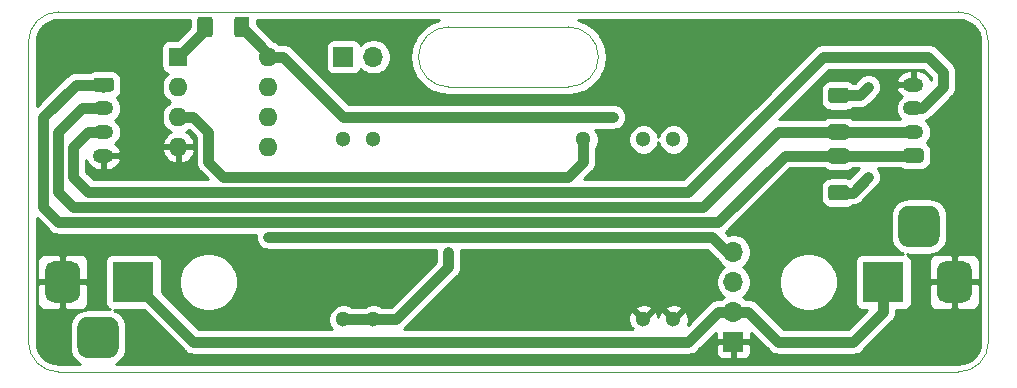
<source format=gbr>
%TF.GenerationSoftware,KiCad,Pcbnew,5.1.8+dfsg1-1+b1*%
%TF.CreationDate,2021-01-25T11:41:01-06:00*%
%TF.ProjectId,driver,64726976-6572-42e6-9b69-6361645f7063,1.0.0*%
%TF.SameCoordinates,Original*%
%TF.FileFunction,Copper,L2,Bot*%
%TF.FilePolarity,Positive*%
%FSLAX46Y46*%
G04 Gerber Fmt 4.6, Leading zero omitted, Abs format (unit mm)*
G04 Created by KiCad (PCBNEW 5.1.8+dfsg1-1+b1) date 2021-01-25 11:41:01*
%MOMM*%
%LPD*%
G01*
G04 APERTURE LIST*
%TA.AperFunction,Profile*%
%ADD10C,0.100000*%
%TD*%
%TA.AperFunction,ComponentPad*%
%ADD11O,1.750000X1.200000*%
%TD*%
%TA.AperFunction,ComponentPad*%
%ADD12C,1.300000*%
%TD*%
%TA.AperFunction,ComponentPad*%
%ADD13R,3.500000X3.500000*%
%TD*%
%TA.AperFunction,ComponentPad*%
%ADD14O,1.600000X1.600000*%
%TD*%
%TA.AperFunction,ComponentPad*%
%ADD15R,1.600000X1.600000*%
%TD*%
%TA.AperFunction,ComponentPad*%
%ADD16O,1.700000X1.700000*%
%TD*%
%TA.AperFunction,ComponentPad*%
%ADD17R,1.700000X1.700000*%
%TD*%
%TA.AperFunction,ViaPad*%
%ADD18C,0.800000*%
%TD*%
%TA.AperFunction,Conductor*%
%ADD19C,0.889000*%
%TD*%
%TA.AperFunction,Conductor*%
%ADD20C,0.254000*%
%TD*%
%TA.AperFunction,Conductor*%
%ADD21C,0.100000*%
%TD*%
G04 APERTURE END LIST*
D10*
X121920000Y-85090000D02*
G75*
G02*
X119380000Y-82550000I0J2540000D01*
G01*
X165100000Y-78740000D02*
X88900000Y-78740000D01*
X119380000Y-82550000D02*
G75*
G02*
X121920000Y-80010000I2540000J0D01*
G01*
X132080000Y-80010000D02*
G75*
G02*
X134620000Y-82550000I0J-2540000D01*
G01*
X134620000Y-82550000D02*
G75*
G02*
X132080000Y-85090000I-2540000J0D01*
G01*
X132080000Y-80010000D02*
X121920000Y-80010000D01*
X132080000Y-85090000D02*
X121920000Y-85090000D01*
X165100000Y-109220000D02*
X88900000Y-109220000D01*
X86360000Y-81280000D02*
X86360000Y-106680000D01*
X167640000Y-106680000D02*
X167640000Y-81280000D01*
X86360000Y-81280000D02*
G75*
G02*
X88900000Y-78740000I2540000J0D01*
G01*
X88900000Y-109220000D02*
G75*
G02*
X86360000Y-106680000I0J2540000D01*
G01*
X167640000Y-106680000D02*
G75*
G02*
X165100000Y-109220000I-2540000J0D01*
G01*
X165100000Y-78740000D02*
G75*
G02*
X167640000Y-81280000I0J-2540000D01*
G01*
D11*
%TO.P,J1,4*%
%TO.N,GND*%
X161290000Y-84900000D03*
%TO.P,J1,3*%
%TO.N,Net-(J1-Pad3)*%
X161290000Y-86900000D03*
%TO.P,J1,2*%
%TO.N,SDA*%
X161290000Y-88900000D03*
%TO.P,J1,1*%
%TO.N,SCL*%
%TA.AperFunction,ComponentPad*%
G36*
G01*
X161915001Y-91500000D02*
X160664999Y-91500000D01*
G75*
G02*
X160415000Y-91250001I0J249999D01*
G01*
X160415000Y-90549999D01*
G75*
G02*
X160664999Y-90300000I249999J0D01*
G01*
X161915001Y-90300000D01*
G75*
G02*
X162165000Y-90549999I0J-249999D01*
G01*
X162165000Y-91250001D01*
G75*
G02*
X161915001Y-91500000I-249999J0D01*
G01*
G37*
%TD.AperFunction*%
%TD*%
%TO.P,R4,2*%
%TO.N,SCL*%
%TA.AperFunction,SMDPad,CuDef*%
G36*
G01*
X155565001Y-91582000D02*
X154314999Y-91582000D01*
G75*
G02*
X154065000Y-91332001I0J249999D01*
G01*
X154065000Y-90531999D01*
G75*
G02*
X154314999Y-90282000I249999J0D01*
G01*
X155565001Y-90282000D01*
G75*
G02*
X155815000Y-90531999I0J-249999D01*
G01*
X155815000Y-91332001D01*
G75*
G02*
X155565001Y-91582000I-249999J0D01*
G01*
G37*
%TD.AperFunction*%
%TO.P,R4,1*%
%TO.N,+5V*%
%TA.AperFunction,SMDPad,CuDef*%
G36*
G01*
X155565001Y-94682000D02*
X154314999Y-94682000D01*
G75*
G02*
X154065000Y-94432001I0J249999D01*
G01*
X154065000Y-93631999D01*
G75*
G02*
X154314999Y-93382000I249999J0D01*
G01*
X155565001Y-93382000D01*
G75*
G02*
X155815000Y-93631999I0J-249999D01*
G01*
X155815000Y-94432001D01*
G75*
G02*
X155565001Y-94682000I-249999J0D01*
G01*
G37*
%TD.AperFunction*%
%TD*%
%TO.P,R3,2*%
%TO.N,Net-(R3-Pad2)*%
%TA.AperFunction,SMDPad,CuDef*%
G36*
G01*
X101970000Y-79384999D02*
X101970000Y-80635001D01*
G75*
G02*
X101720001Y-80885000I-249999J0D01*
G01*
X100919999Y-80885000D01*
G75*
G02*
X100670000Y-80635001I0J249999D01*
G01*
X100670000Y-79384999D01*
G75*
G02*
X100919999Y-79135000I249999J0D01*
G01*
X101720001Y-79135000D01*
G75*
G02*
X101970000Y-79384999I0J-249999D01*
G01*
G37*
%TD.AperFunction*%
%TO.P,R3,1*%
%TO.N,+5V*%
%TA.AperFunction,SMDPad,CuDef*%
G36*
G01*
X105070000Y-79384999D02*
X105070000Y-80635001D01*
G75*
G02*
X104820001Y-80885000I-249999J0D01*
G01*
X104019999Y-80885000D01*
G75*
G02*
X103770000Y-80635001I0J249999D01*
G01*
X103770000Y-79384999D01*
G75*
G02*
X104019999Y-79135000I249999J0D01*
G01*
X104820001Y-79135000D01*
G75*
G02*
X105070000Y-79384999I0J-249999D01*
G01*
G37*
%TD.AperFunction*%
%TD*%
%TO.P,R1,2*%
%TO.N,+5V*%
%TA.AperFunction,SMDPad,CuDef*%
G36*
G01*
X155565001Y-86450000D02*
X154314999Y-86450000D01*
G75*
G02*
X154065000Y-86200001I0J249999D01*
G01*
X154065000Y-85399999D01*
G75*
G02*
X154314999Y-85150000I249999J0D01*
G01*
X155565001Y-85150000D01*
G75*
G02*
X155815000Y-85399999I0J-249999D01*
G01*
X155815000Y-86200001D01*
G75*
G02*
X155565001Y-86450000I-249999J0D01*
G01*
G37*
%TD.AperFunction*%
%TO.P,R1,1*%
%TO.N,SDA*%
%TA.AperFunction,SMDPad,CuDef*%
G36*
G01*
X155565001Y-89550000D02*
X154314999Y-89550000D01*
G75*
G02*
X154065000Y-89300001I0J249999D01*
G01*
X154065000Y-88499999D01*
G75*
G02*
X154314999Y-88250000I249999J0D01*
G01*
X155565001Y-88250000D01*
G75*
G02*
X155815000Y-88499999I0J-249999D01*
G01*
X155815000Y-89300001D01*
G75*
G02*
X155565001Y-89550000I-249999J0D01*
G01*
G37*
%TD.AperFunction*%
%TD*%
D12*
%TO.P,J6,24*%
%TO.N,+12V*%
X140970000Y-89535000D03*
%TO.P,J6,23*%
X138430000Y-89535000D03*
%TO.P,J6,21*%
%TO.N,PWM_LED*%
X133350000Y-89535000D03*
%TO.P,J6,14*%
%TO.N,Net-(J6-Pad13)*%
X115570000Y-89535000D03*
%TO.P,J6,13*%
X113030000Y-89535000D03*
%TO.P,J6,12*%
%TO.N,Net-(J6-Pad11)*%
X113030000Y-104775000D03*
%TO.P,J6,11*%
X115570000Y-104775000D03*
%TO.P,J6,2*%
%TO.N,GND*%
X138430000Y-104775000D03*
%TO.P,J6,1*%
X140970000Y-104775000D03*
%TD*%
D13*
%TO.P,J4,1*%
%TO.N,+12V*%
X95250000Y-101600000D03*
%TO.P,J4,2*%
%TO.N,GND*%
%TA.AperFunction,ComponentPad*%
G36*
G01*
X87750000Y-102600000D02*
X87750000Y-100600000D01*
G75*
G02*
X88500000Y-99850000I750000J0D01*
G01*
X90000000Y-99850000D01*
G75*
G02*
X90750000Y-100600000I0J-750000D01*
G01*
X90750000Y-102600000D01*
G75*
G02*
X90000000Y-103350000I-750000J0D01*
G01*
X88500000Y-103350000D01*
G75*
G02*
X87750000Y-102600000I0J750000D01*
G01*
G37*
%TD.AperFunction*%
%TO.P,J4,3*%
%TO.N,N/C*%
%TA.AperFunction,ComponentPad*%
G36*
G01*
X90500000Y-107175000D02*
X90500000Y-105425000D01*
G75*
G02*
X91375000Y-104550000I875000J0D01*
G01*
X93125000Y-104550000D01*
G75*
G02*
X94000000Y-105425000I0J-875000D01*
G01*
X94000000Y-107175000D01*
G75*
G02*
X93125000Y-108050000I-875000J0D01*
G01*
X91375000Y-108050000D01*
G75*
G02*
X90500000Y-107175000I0J875000D01*
G01*
G37*
%TD.AperFunction*%
%TD*%
%TO.P,J3,3*%
%TO.N,N/C*%
%TA.AperFunction,ComponentPad*%
G36*
G01*
X163500000Y-96025000D02*
X163500000Y-97775000D01*
G75*
G02*
X162625000Y-98650000I-875000J0D01*
G01*
X160875000Y-98650000D01*
G75*
G02*
X160000000Y-97775000I0J875000D01*
G01*
X160000000Y-96025000D01*
G75*
G02*
X160875000Y-95150000I875000J0D01*
G01*
X162625000Y-95150000D01*
G75*
G02*
X163500000Y-96025000I0J-875000D01*
G01*
G37*
%TD.AperFunction*%
%TO.P,J3,2*%
%TO.N,GND*%
%TA.AperFunction,ComponentPad*%
G36*
G01*
X166250000Y-100600000D02*
X166250000Y-102600000D01*
G75*
G02*
X165500000Y-103350000I-750000J0D01*
G01*
X164000000Y-103350000D01*
G75*
G02*
X163250000Y-102600000I0J750000D01*
G01*
X163250000Y-100600000D01*
G75*
G02*
X164000000Y-99850000I750000J0D01*
G01*
X165500000Y-99850000D01*
G75*
G02*
X166250000Y-100600000I0J-750000D01*
G01*
G37*
%TD.AperFunction*%
%TO.P,J3,1*%
%TO.N,+12V*%
X158750000Y-101600000D03*
%TD*%
D11*
%TO.P,J2,4*%
%TO.N,GND*%
X92710000Y-90900000D03*
%TO.P,J2,3*%
%TO.N,Net-(J1-Pad3)*%
X92710000Y-88900000D03*
%TO.P,J2,2*%
%TO.N,SDA*%
X92710000Y-86900000D03*
%TO.P,J2,1*%
%TO.N,SCL*%
%TA.AperFunction,ComponentPad*%
G36*
G01*
X92084999Y-84300000D02*
X93335001Y-84300000D01*
G75*
G02*
X93585000Y-84549999I0J-249999D01*
G01*
X93585000Y-85250001D01*
G75*
G02*
X93335001Y-85500000I-249999J0D01*
G01*
X92084999Y-85500000D01*
G75*
G02*
X91835000Y-85250001I0J249999D01*
G01*
X91835000Y-84549999D01*
G75*
G02*
X92084999Y-84300000I249999J0D01*
G01*
G37*
%TD.AperFunction*%
%TD*%
D14*
%TO.P,U1,8*%
%TO.N,+5V*%
X106680000Y-82550000D03*
%TO.P,U1,4*%
%TO.N,GND*%
X99060000Y-90170000D03*
%TO.P,U1,7*%
%TO.N,SCL*%
X106680000Y-85090000D03*
%TO.P,U1,3*%
%TO.N,PWM_LED*%
X99060000Y-87630000D03*
%TO.P,U1,6*%
%TO.N,PWM_FAN*%
X106680000Y-87630000D03*
%TO.P,U1,2*%
%TO.N,INDICATOR*%
X99060000Y-85090000D03*
%TO.P,U1,5*%
%TO.N,SDA*%
X106680000Y-90170000D03*
D15*
%TO.P,U1,1*%
%TO.N,Net-(R3-Pad2)*%
X99060000Y-82550000D03*
%TD*%
D16*
%TO.P,J5,4*%
%TO.N,PWM_FAN*%
X146050000Y-99060000D03*
%TO.P,J5,3*%
%TO.N,N/C*%
X146050000Y-101600000D03*
%TO.P,J5,2*%
%TO.N,+12V*%
X146050000Y-104140000D03*
D17*
%TO.P,J5,1*%
%TO.N,GND*%
X146050000Y-106680000D03*
%TD*%
%TO.P,J7,1*%
%TO.N,Net-(J6-Pad13)*%
X113030000Y-82550000D03*
D16*
%TO.P,J7,2*%
%TO.N,Net-(J6-Pad11)*%
X115570000Y-82550000D03*
%TD*%
D18*
%TO.N,+5V*%
X135890000Y-87630000D03*
X157480000Y-92710000D03*
X157480000Y-85090000D03*
%TO.N,SDA*%
X106680000Y-95250000D03*
%TO.N,SCL*%
X109220000Y-96520000D03*
%TO.N,PWM_FAN*%
X106680000Y-97790000D03*
X128270000Y-97790000D03*
%TO.N,Net-(J6-Pad11)*%
X121920000Y-99060000D03*
%TD*%
D19*
%TO.N,+12V*%
X144780000Y-104140000D02*
X146050000Y-104140000D01*
X142240000Y-106680000D02*
X144780000Y-104140000D01*
X100330000Y-106680000D02*
X142240000Y-106680000D01*
X95250000Y-101600000D02*
X100330000Y-106680000D01*
X146050000Y-104140000D02*
X147320000Y-104140000D01*
X147320000Y-104140000D02*
X149860000Y-106680000D01*
X149860000Y-106680000D02*
X156210000Y-106680000D01*
X156210000Y-106680000D02*
X158750000Y-104140000D01*
X158750000Y-104140000D02*
X158750000Y-101600000D01*
%TO.N,+5V*%
X135890000Y-87630000D02*
X113030000Y-87630000D01*
X107950000Y-82550000D02*
X106680000Y-82550000D01*
X113030000Y-87630000D02*
X107950000Y-82550000D01*
X156158000Y-94032000D02*
X154940000Y-94032000D01*
X157480000Y-92710000D02*
X156158000Y-94032000D01*
X156770000Y-85800000D02*
X157480000Y-85090000D01*
X154940000Y-85800000D02*
X156770000Y-85800000D01*
X106680000Y-82270000D02*
X104420000Y-80010000D01*
X106680000Y-82550000D02*
X106680000Y-82270000D01*
%TO.N,SDA*%
X149860000Y-88900000D02*
X161290000Y-88900000D01*
X143510000Y-95250000D02*
X149860000Y-88900000D01*
X88900000Y-93980000D02*
X90170000Y-95250000D01*
X88900000Y-88900000D02*
X88900000Y-93980000D01*
X90900000Y-86900000D02*
X88900000Y-88900000D01*
X92710000Y-86900000D02*
X90900000Y-86900000D01*
X106680000Y-95250000D02*
X143510000Y-95250000D01*
X90170000Y-95250000D02*
X106680000Y-95250000D01*
%TO.N,SCL*%
X92710000Y-84900000D02*
X92710000Y-85090000D01*
X150400000Y-90900000D02*
X161290000Y-90900000D01*
X144779991Y-96520009D02*
X150400000Y-90900000D01*
X87630000Y-95250000D02*
X88900009Y-96520009D01*
X87630000Y-87630000D02*
X87630000Y-95250000D01*
X90360000Y-84900000D02*
X87630000Y-87630000D01*
X92710000Y-84900000D02*
X90360000Y-84900000D01*
X109220000Y-96520000D02*
X144779982Y-96520000D01*
X88900000Y-96520000D02*
X109220000Y-96520000D01*
%TO.N,PWM_LED*%
X99060000Y-87630000D02*
X100330000Y-87630000D01*
X100330000Y-87630000D02*
X101600000Y-88900000D01*
X101600000Y-88900000D02*
X101600000Y-91440000D01*
X101600000Y-91440000D02*
X102870000Y-92710000D01*
X102870000Y-92710000D02*
X132080000Y-92710000D01*
X133350000Y-91440000D02*
X133350000Y-89535000D01*
X132080000Y-92710000D02*
X133350000Y-91440000D01*
%TO.N,PWM_FAN*%
X145523918Y-99060000D02*
X146050000Y-99060000D01*
X144253918Y-97790000D02*
X145523918Y-99060000D01*
X134620000Y-97790000D02*
X144253918Y-97790000D01*
X128270000Y-97790000D02*
X134620000Y-97790000D01*
X106680000Y-97790000D02*
X128270000Y-97790000D01*
%TO.N,Net-(J1-Pad3)*%
X142240000Y-93980000D02*
X149320000Y-86900000D01*
X91440000Y-93980000D02*
X142240000Y-93980000D01*
X91440000Y-88900000D02*
X90170000Y-90170000D01*
X92710000Y-88900000D02*
X91440000Y-88900000D01*
X91440000Y-93980000D02*
X90170000Y-92710000D01*
X90170000Y-92710000D02*
X90170000Y-90170000D01*
X149320000Y-86900000D02*
X149225000Y-86995000D01*
X162020000Y-86900000D02*
X161290000Y-86900000D01*
X163830000Y-85090000D02*
X162020000Y-86900000D01*
X163830000Y-83820000D02*
X163830000Y-85090000D01*
X162560000Y-82550000D02*
X163830000Y-83820000D01*
X153670000Y-82550000D02*
X162560000Y-82550000D01*
X149320000Y-86900000D02*
X153670000Y-82550000D01*
%TO.N,Net-(J6-Pad11)*%
X115570000Y-104775000D02*
X113030000Y-104775000D01*
X121920000Y-99060000D02*
X121920000Y-100330000D01*
X117475000Y-104775000D02*
X115570000Y-104775000D01*
X121920000Y-100330000D02*
X117475000Y-104775000D01*
%TO.N,Net-(R3-Pad2)*%
X101320000Y-80290000D02*
X99060000Y-82550000D01*
X101320000Y-80010000D02*
X101320000Y-80290000D01*
%TD*%
D20*
%TO.N,GND*%
X88099178Y-97245821D02*
X88132985Y-97287015D01*
X88174179Y-97320822D01*
X88174184Y-97320827D01*
X88297369Y-97421923D01*
X88484904Y-97522162D01*
X88688390Y-97583889D01*
X88900009Y-97604732D01*
X88953129Y-97599500D01*
X105614040Y-97599500D01*
X105595277Y-97790000D01*
X105616120Y-98001619D01*
X105677847Y-98205106D01*
X105778086Y-98392640D01*
X105912985Y-98557015D01*
X106077360Y-98691914D01*
X106264894Y-98792153D01*
X106468381Y-98853880D01*
X106626971Y-98869500D01*
X120854040Y-98869500D01*
X120840500Y-99006972D01*
X120840500Y-99882857D01*
X117027858Y-103695500D01*
X116267354Y-103695500D01*
X116178676Y-103636247D01*
X115944821Y-103539381D01*
X115696561Y-103490000D01*
X115443439Y-103490000D01*
X115195179Y-103539381D01*
X114961324Y-103636247D01*
X114872646Y-103695500D01*
X113727354Y-103695500D01*
X113638676Y-103636247D01*
X113404821Y-103539381D01*
X113156561Y-103490000D01*
X112903439Y-103490000D01*
X112655179Y-103539381D01*
X112421324Y-103636247D01*
X112210860Y-103776875D01*
X112031875Y-103955860D01*
X111891247Y-104166324D01*
X111794381Y-104400179D01*
X111745000Y-104648439D01*
X111745000Y-104901561D01*
X111794381Y-105149821D01*
X111891247Y-105383676D01*
X112031875Y-105594140D01*
X112038235Y-105600500D01*
X100777144Y-105600500D01*
X97638072Y-102461429D01*
X97638072Y-101355249D01*
X99115000Y-101355249D01*
X99115000Y-101844751D01*
X99210497Y-102324848D01*
X99397821Y-102777089D01*
X99669774Y-103184095D01*
X100015905Y-103530226D01*
X100422911Y-103802179D01*
X100875152Y-103989503D01*
X101355249Y-104085000D01*
X101844751Y-104085000D01*
X102324848Y-103989503D01*
X102777089Y-103802179D01*
X103184095Y-103530226D01*
X103530226Y-103184095D01*
X103802179Y-102777089D01*
X103989503Y-102324848D01*
X104085000Y-101844751D01*
X104085000Y-101355249D01*
X103989503Y-100875152D01*
X103802179Y-100422911D01*
X103530226Y-100015905D01*
X103184095Y-99669774D01*
X102777089Y-99397821D01*
X102324848Y-99210497D01*
X101844751Y-99115000D01*
X101355249Y-99115000D01*
X100875152Y-99210497D01*
X100422911Y-99397821D01*
X100015905Y-99669774D01*
X99669774Y-100015905D01*
X99397821Y-100422911D01*
X99210497Y-100875152D01*
X99115000Y-101355249D01*
X97638072Y-101355249D01*
X97638072Y-99850000D01*
X97625812Y-99725518D01*
X97589502Y-99605820D01*
X97530537Y-99495506D01*
X97451185Y-99398815D01*
X97354494Y-99319463D01*
X97244180Y-99260498D01*
X97124482Y-99224188D01*
X97000000Y-99211928D01*
X93500000Y-99211928D01*
X93375518Y-99224188D01*
X93255820Y-99260498D01*
X93145506Y-99319463D01*
X93048815Y-99398815D01*
X92969463Y-99495506D01*
X92910498Y-99605820D01*
X92874188Y-99725518D01*
X92861928Y-99850000D01*
X92861928Y-103350000D01*
X92874188Y-103474482D01*
X92910498Y-103594180D01*
X92969463Y-103704494D01*
X93048815Y-103801185D01*
X93145506Y-103880537D01*
X93222131Y-103921494D01*
X93125000Y-103911928D01*
X91375000Y-103911928D01*
X91079814Y-103941001D01*
X90795972Y-104027104D01*
X90534382Y-104166927D01*
X90305097Y-104355097D01*
X90116927Y-104584382D01*
X89977104Y-104845972D01*
X89891001Y-105129814D01*
X89861928Y-105425000D01*
X89861928Y-107175000D01*
X89891001Y-107470186D01*
X89977104Y-107754028D01*
X90116927Y-108015618D01*
X90305097Y-108244903D01*
X90534382Y-108433073D01*
X90725074Y-108535000D01*
X88933505Y-108535000D01*
X88540333Y-108496449D01*
X88194365Y-108391996D01*
X87875276Y-108222333D01*
X87595219Y-107993924D01*
X87364859Y-107715466D01*
X87192973Y-107397570D01*
X87086106Y-107052340D01*
X87045000Y-106661238D01*
X87045000Y-103350000D01*
X87111928Y-103350000D01*
X87124188Y-103474482D01*
X87160498Y-103594180D01*
X87219463Y-103704494D01*
X87298815Y-103801185D01*
X87395506Y-103880537D01*
X87505820Y-103939502D01*
X87625518Y-103975812D01*
X87750000Y-103988072D01*
X88964250Y-103985000D01*
X89123000Y-103826250D01*
X89123000Y-101727000D01*
X89377000Y-101727000D01*
X89377000Y-103826250D01*
X89535750Y-103985000D01*
X90750000Y-103988072D01*
X90874482Y-103975812D01*
X90994180Y-103939502D01*
X91104494Y-103880537D01*
X91201185Y-103801185D01*
X91280537Y-103704494D01*
X91339502Y-103594180D01*
X91375812Y-103474482D01*
X91388072Y-103350000D01*
X91385000Y-101885750D01*
X91226250Y-101727000D01*
X89377000Y-101727000D01*
X89123000Y-101727000D01*
X87273750Y-101727000D01*
X87115000Y-101885750D01*
X87111928Y-103350000D01*
X87045000Y-103350000D01*
X87045000Y-99850000D01*
X87111928Y-99850000D01*
X87115000Y-101314250D01*
X87273750Y-101473000D01*
X89123000Y-101473000D01*
X89123000Y-99373750D01*
X89377000Y-99373750D01*
X89377000Y-101473000D01*
X91226250Y-101473000D01*
X91385000Y-101314250D01*
X91388072Y-99850000D01*
X91375812Y-99725518D01*
X91339502Y-99605820D01*
X91280537Y-99495506D01*
X91201185Y-99398815D01*
X91104494Y-99319463D01*
X90994180Y-99260498D01*
X90874482Y-99224188D01*
X90750000Y-99211928D01*
X89535750Y-99215000D01*
X89377000Y-99373750D01*
X89123000Y-99373750D01*
X88964250Y-99215000D01*
X87750000Y-99211928D01*
X87625518Y-99224188D01*
X87505820Y-99260498D01*
X87395506Y-99319463D01*
X87298815Y-99398815D01*
X87219463Y-99495506D01*
X87160498Y-99605820D01*
X87124188Y-99725518D01*
X87111928Y-99850000D01*
X87045000Y-99850000D01*
X87045000Y-96191642D01*
X88099178Y-97245821D01*
%TA.AperFunction,Conductor*%
D21*
G36*
X88099178Y-97245821D02*
G01*
X88132985Y-97287015D01*
X88174179Y-97320822D01*
X88174184Y-97320827D01*
X88297369Y-97421923D01*
X88484904Y-97522162D01*
X88688390Y-97583889D01*
X88900009Y-97604732D01*
X88953129Y-97599500D01*
X105614040Y-97599500D01*
X105595277Y-97790000D01*
X105616120Y-98001619D01*
X105677847Y-98205106D01*
X105778086Y-98392640D01*
X105912985Y-98557015D01*
X106077360Y-98691914D01*
X106264894Y-98792153D01*
X106468381Y-98853880D01*
X106626971Y-98869500D01*
X120854040Y-98869500D01*
X120840500Y-99006972D01*
X120840500Y-99882857D01*
X117027858Y-103695500D01*
X116267354Y-103695500D01*
X116178676Y-103636247D01*
X115944821Y-103539381D01*
X115696561Y-103490000D01*
X115443439Y-103490000D01*
X115195179Y-103539381D01*
X114961324Y-103636247D01*
X114872646Y-103695500D01*
X113727354Y-103695500D01*
X113638676Y-103636247D01*
X113404821Y-103539381D01*
X113156561Y-103490000D01*
X112903439Y-103490000D01*
X112655179Y-103539381D01*
X112421324Y-103636247D01*
X112210860Y-103776875D01*
X112031875Y-103955860D01*
X111891247Y-104166324D01*
X111794381Y-104400179D01*
X111745000Y-104648439D01*
X111745000Y-104901561D01*
X111794381Y-105149821D01*
X111891247Y-105383676D01*
X112031875Y-105594140D01*
X112038235Y-105600500D01*
X100777144Y-105600500D01*
X97638072Y-102461429D01*
X97638072Y-101355249D01*
X99115000Y-101355249D01*
X99115000Y-101844751D01*
X99210497Y-102324848D01*
X99397821Y-102777089D01*
X99669774Y-103184095D01*
X100015905Y-103530226D01*
X100422911Y-103802179D01*
X100875152Y-103989503D01*
X101355249Y-104085000D01*
X101844751Y-104085000D01*
X102324848Y-103989503D01*
X102777089Y-103802179D01*
X103184095Y-103530226D01*
X103530226Y-103184095D01*
X103802179Y-102777089D01*
X103989503Y-102324848D01*
X104085000Y-101844751D01*
X104085000Y-101355249D01*
X103989503Y-100875152D01*
X103802179Y-100422911D01*
X103530226Y-100015905D01*
X103184095Y-99669774D01*
X102777089Y-99397821D01*
X102324848Y-99210497D01*
X101844751Y-99115000D01*
X101355249Y-99115000D01*
X100875152Y-99210497D01*
X100422911Y-99397821D01*
X100015905Y-99669774D01*
X99669774Y-100015905D01*
X99397821Y-100422911D01*
X99210497Y-100875152D01*
X99115000Y-101355249D01*
X97638072Y-101355249D01*
X97638072Y-99850000D01*
X97625812Y-99725518D01*
X97589502Y-99605820D01*
X97530537Y-99495506D01*
X97451185Y-99398815D01*
X97354494Y-99319463D01*
X97244180Y-99260498D01*
X97124482Y-99224188D01*
X97000000Y-99211928D01*
X93500000Y-99211928D01*
X93375518Y-99224188D01*
X93255820Y-99260498D01*
X93145506Y-99319463D01*
X93048815Y-99398815D01*
X92969463Y-99495506D01*
X92910498Y-99605820D01*
X92874188Y-99725518D01*
X92861928Y-99850000D01*
X92861928Y-103350000D01*
X92874188Y-103474482D01*
X92910498Y-103594180D01*
X92969463Y-103704494D01*
X93048815Y-103801185D01*
X93145506Y-103880537D01*
X93222131Y-103921494D01*
X93125000Y-103911928D01*
X91375000Y-103911928D01*
X91079814Y-103941001D01*
X90795972Y-104027104D01*
X90534382Y-104166927D01*
X90305097Y-104355097D01*
X90116927Y-104584382D01*
X89977104Y-104845972D01*
X89891001Y-105129814D01*
X89861928Y-105425000D01*
X89861928Y-107175000D01*
X89891001Y-107470186D01*
X89977104Y-107754028D01*
X90116927Y-108015618D01*
X90305097Y-108244903D01*
X90534382Y-108433073D01*
X90725074Y-108535000D01*
X88933505Y-108535000D01*
X88540333Y-108496449D01*
X88194365Y-108391996D01*
X87875276Y-108222333D01*
X87595219Y-107993924D01*
X87364859Y-107715466D01*
X87192973Y-107397570D01*
X87086106Y-107052340D01*
X87045000Y-106661238D01*
X87045000Y-103350000D01*
X87111928Y-103350000D01*
X87124188Y-103474482D01*
X87160498Y-103594180D01*
X87219463Y-103704494D01*
X87298815Y-103801185D01*
X87395506Y-103880537D01*
X87505820Y-103939502D01*
X87625518Y-103975812D01*
X87750000Y-103988072D01*
X88964250Y-103985000D01*
X89123000Y-103826250D01*
X89123000Y-101727000D01*
X89377000Y-101727000D01*
X89377000Y-103826250D01*
X89535750Y-103985000D01*
X90750000Y-103988072D01*
X90874482Y-103975812D01*
X90994180Y-103939502D01*
X91104494Y-103880537D01*
X91201185Y-103801185D01*
X91280537Y-103704494D01*
X91339502Y-103594180D01*
X91375812Y-103474482D01*
X91388072Y-103350000D01*
X91385000Y-101885750D01*
X91226250Y-101727000D01*
X89377000Y-101727000D01*
X89123000Y-101727000D01*
X87273750Y-101727000D01*
X87115000Y-101885750D01*
X87111928Y-103350000D01*
X87045000Y-103350000D01*
X87045000Y-99850000D01*
X87111928Y-99850000D01*
X87115000Y-101314250D01*
X87273750Y-101473000D01*
X89123000Y-101473000D01*
X89123000Y-99373750D01*
X89377000Y-99373750D01*
X89377000Y-101473000D01*
X91226250Y-101473000D01*
X91385000Y-101314250D01*
X91388072Y-99850000D01*
X91375812Y-99725518D01*
X91339502Y-99605820D01*
X91280537Y-99495506D01*
X91201185Y-99398815D01*
X91104494Y-99319463D01*
X90994180Y-99260498D01*
X90874482Y-99224188D01*
X90750000Y-99211928D01*
X89535750Y-99215000D01*
X89377000Y-99373750D01*
X89123000Y-99373750D01*
X88964250Y-99215000D01*
X87750000Y-99211928D01*
X87625518Y-99224188D01*
X87505820Y-99260498D01*
X87395506Y-99319463D01*
X87298815Y-99398815D01*
X87219463Y-99495506D01*
X87160498Y-99605820D01*
X87124188Y-99725518D01*
X87111928Y-99850000D01*
X87045000Y-99850000D01*
X87045000Y-96191642D01*
X88099178Y-97245821D01*
G37*
%TD.AperFunction*%
D20*
X120733150Y-79554102D02*
X120675896Y-79578170D01*
X120618352Y-79601419D01*
X120609907Y-79605909D01*
X120173847Y-79841686D01*
X120122384Y-79876398D01*
X120070427Y-79910398D01*
X120063015Y-79916443D01*
X119681055Y-80232427D01*
X119637308Y-80276481D01*
X119592950Y-80319919D01*
X119586853Y-80327289D01*
X119273543Y-80711445D01*
X119239192Y-80763148D01*
X119204110Y-80814384D01*
X119199561Y-80822797D01*
X118966834Y-81260493D01*
X118943171Y-81317903D01*
X118918718Y-81374958D01*
X118915889Y-81384094D01*
X118772610Y-81858659D01*
X118760548Y-81919577D01*
X118747643Y-81980289D01*
X118746643Y-81989800D01*
X118698269Y-82483156D01*
X118698269Y-82513086D01*
X118695038Y-82542831D01*
X118695004Y-82552395D01*
X118695066Y-82570127D01*
X118698090Y-82599896D01*
X118697881Y-82629815D01*
X118698814Y-82639334D01*
X118750632Y-83132340D01*
X118763109Y-83193121D01*
X118774749Y-83254142D01*
X118777513Y-83263298D01*
X118924103Y-83736851D01*
X118948167Y-83794097D01*
X118971419Y-83851648D01*
X118975907Y-83860089D01*
X118975909Y-83860094D01*
X118975912Y-83860098D01*
X119211686Y-84296153D01*
X119246398Y-84347616D01*
X119280398Y-84399573D01*
X119286443Y-84406985D01*
X119602427Y-84788945D01*
X119646500Y-84832712D01*
X119689920Y-84877050D01*
X119697289Y-84883147D01*
X120081445Y-85196457D01*
X120133148Y-85230808D01*
X120184384Y-85265890D01*
X120192797Y-85270439D01*
X120630493Y-85503166D01*
X120687882Y-85526820D01*
X120744958Y-85551283D01*
X120754095Y-85554111D01*
X121228659Y-85697390D01*
X121289577Y-85709452D01*
X121350289Y-85722357D01*
X121359801Y-85723357D01*
X121853156Y-85771731D01*
X121853163Y-85771731D01*
X121886353Y-85775000D01*
X132113647Y-85775000D01*
X132144018Y-85772009D01*
X132159815Y-85772119D01*
X132169334Y-85771186D01*
X132662340Y-85719368D01*
X132723121Y-85706891D01*
X132784142Y-85695251D01*
X132793298Y-85692487D01*
X133266851Y-85545897D01*
X133324097Y-85521833D01*
X133381648Y-85498581D01*
X133390089Y-85494093D01*
X133390094Y-85494091D01*
X133390098Y-85494088D01*
X133826153Y-85258314D01*
X133877616Y-85223602D01*
X133929573Y-85189602D01*
X133936985Y-85183557D01*
X134318945Y-84867573D01*
X134362712Y-84823500D01*
X134407050Y-84780080D01*
X134413147Y-84772711D01*
X134726457Y-84388555D01*
X134760808Y-84336852D01*
X134795890Y-84285616D01*
X134800439Y-84277203D01*
X135033166Y-83839507D01*
X135056820Y-83782118D01*
X135081283Y-83725042D01*
X135084111Y-83715905D01*
X135227390Y-83241341D01*
X135239452Y-83180423D01*
X135252357Y-83119711D01*
X135253357Y-83110199D01*
X135301731Y-82616844D01*
X135301731Y-82586914D01*
X135304962Y-82557169D01*
X135304996Y-82547605D01*
X135304934Y-82529873D01*
X135301910Y-82500104D01*
X135302119Y-82470185D01*
X135301186Y-82460666D01*
X135249369Y-81967660D01*
X135236886Y-81906849D01*
X135225251Y-81845858D01*
X135222487Y-81836702D01*
X135075898Y-81363150D01*
X135051830Y-81305896D01*
X135028581Y-81248352D01*
X135024091Y-81239907D01*
X134788314Y-80803847D01*
X134753602Y-80752384D01*
X134719602Y-80700427D01*
X134713557Y-80693015D01*
X134397573Y-80311055D01*
X134353519Y-80267308D01*
X134310081Y-80222950D01*
X134302711Y-80216853D01*
X133918555Y-79903543D01*
X133866852Y-79869192D01*
X133815616Y-79834110D01*
X133807203Y-79829561D01*
X133369507Y-79596834D01*
X133312097Y-79573171D01*
X133255042Y-79548718D01*
X133245906Y-79545889D01*
X132845501Y-79425000D01*
X165066496Y-79425000D01*
X165459668Y-79463551D01*
X165805634Y-79568004D01*
X166124724Y-79737667D01*
X166404781Y-79966076D01*
X166635141Y-80244534D01*
X166807027Y-80562430D01*
X166913893Y-80907658D01*
X166955001Y-81298763D01*
X166955000Y-106646495D01*
X166916449Y-107039667D01*
X166811996Y-107385635D01*
X166642333Y-107704724D01*
X166413924Y-107984781D01*
X166135466Y-108215141D01*
X165817570Y-108387027D01*
X165472340Y-108493894D01*
X165081238Y-108535000D01*
X93774926Y-108535000D01*
X93965618Y-108433073D01*
X94194903Y-108244903D01*
X94383073Y-108015618D01*
X94522896Y-107754028D01*
X94608999Y-107470186D01*
X94638072Y-107175000D01*
X94638072Y-105425000D01*
X94608999Y-105129814D01*
X94522896Y-104845972D01*
X94383073Y-104584382D01*
X94194903Y-104355097D01*
X93965618Y-104166927D01*
X93704028Y-104027104D01*
X93575357Y-103988072D01*
X96111429Y-103988072D01*
X99529182Y-107405826D01*
X99562985Y-107447015D01*
X99604174Y-107480818D01*
X99604175Y-107480819D01*
X99690627Y-107551768D01*
X99727360Y-107581914D01*
X99914894Y-107682153D01*
X100092048Y-107735892D01*
X100118381Y-107743880D01*
X100330000Y-107764723D01*
X100383029Y-107759500D01*
X142186971Y-107759500D01*
X142240000Y-107764723D01*
X142293029Y-107759500D01*
X142451619Y-107743880D01*
X142655106Y-107682153D01*
X142842640Y-107581914D01*
X142905897Y-107530000D01*
X144561928Y-107530000D01*
X144574188Y-107654482D01*
X144610498Y-107774180D01*
X144669463Y-107884494D01*
X144748815Y-107981185D01*
X144845506Y-108060537D01*
X144955820Y-108119502D01*
X145075518Y-108155812D01*
X145200000Y-108168072D01*
X145764250Y-108165000D01*
X145923000Y-108006250D01*
X145923000Y-106807000D01*
X146177000Y-106807000D01*
X146177000Y-108006250D01*
X146335750Y-108165000D01*
X146900000Y-108168072D01*
X147024482Y-108155812D01*
X147144180Y-108119502D01*
X147254494Y-108060537D01*
X147351185Y-107981185D01*
X147430537Y-107884494D01*
X147489502Y-107774180D01*
X147525812Y-107654482D01*
X147538072Y-107530000D01*
X147535000Y-106965750D01*
X147376250Y-106807000D01*
X146177000Y-106807000D01*
X145923000Y-106807000D01*
X144723750Y-106807000D01*
X144565000Y-106965750D01*
X144561928Y-107530000D01*
X142905897Y-107530000D01*
X143007015Y-107447015D01*
X143040827Y-107405815D01*
X144562224Y-105884418D01*
X144565000Y-106394250D01*
X144723750Y-106553000D01*
X145923000Y-106553000D01*
X145923000Y-106533000D01*
X146177000Y-106533000D01*
X146177000Y-106553000D01*
X147376250Y-106553000D01*
X147535000Y-106394250D01*
X147537776Y-105884418D01*
X149059178Y-107405821D01*
X149092985Y-107447015D01*
X149257360Y-107581914D01*
X149444894Y-107682153D01*
X149648381Y-107743880D01*
X149806971Y-107759500D01*
X149806978Y-107759500D01*
X149859999Y-107764722D01*
X149913021Y-107759500D01*
X156156971Y-107759500D01*
X156210000Y-107764723D01*
X156263029Y-107759500D01*
X156421619Y-107743880D01*
X156625106Y-107682153D01*
X156812640Y-107581914D01*
X156977015Y-107447015D01*
X157010827Y-107405815D01*
X159475821Y-104940822D01*
X159517015Y-104907015D01*
X159651914Y-104742640D01*
X159752153Y-104555106D01*
X159813880Y-104351619D01*
X159829500Y-104193029D01*
X159829500Y-104193022D01*
X159834722Y-104140001D01*
X159829500Y-104086979D01*
X159829500Y-103988072D01*
X160500000Y-103988072D01*
X160624482Y-103975812D01*
X160744180Y-103939502D01*
X160854494Y-103880537D01*
X160951185Y-103801185D01*
X161030537Y-103704494D01*
X161089502Y-103594180D01*
X161125812Y-103474482D01*
X161138072Y-103350000D01*
X162611928Y-103350000D01*
X162624188Y-103474482D01*
X162660498Y-103594180D01*
X162719463Y-103704494D01*
X162798815Y-103801185D01*
X162895506Y-103880537D01*
X163005820Y-103939502D01*
X163125518Y-103975812D01*
X163250000Y-103988072D01*
X164464250Y-103985000D01*
X164623000Y-103826250D01*
X164623000Y-101727000D01*
X164877000Y-101727000D01*
X164877000Y-103826250D01*
X165035750Y-103985000D01*
X166250000Y-103988072D01*
X166374482Y-103975812D01*
X166494180Y-103939502D01*
X166604494Y-103880537D01*
X166701185Y-103801185D01*
X166780537Y-103704494D01*
X166839502Y-103594180D01*
X166875812Y-103474482D01*
X166888072Y-103350000D01*
X166885000Y-101885750D01*
X166726250Y-101727000D01*
X164877000Y-101727000D01*
X164623000Y-101727000D01*
X162773750Y-101727000D01*
X162615000Y-101885750D01*
X162611928Y-103350000D01*
X161138072Y-103350000D01*
X161138072Y-99850000D01*
X162611928Y-99850000D01*
X162615000Y-101314250D01*
X162773750Y-101473000D01*
X164623000Y-101473000D01*
X164623000Y-99373750D01*
X164877000Y-99373750D01*
X164877000Y-101473000D01*
X166726250Y-101473000D01*
X166885000Y-101314250D01*
X166888072Y-99850000D01*
X166875812Y-99725518D01*
X166839502Y-99605820D01*
X166780537Y-99495506D01*
X166701185Y-99398815D01*
X166604494Y-99319463D01*
X166494180Y-99260498D01*
X166374482Y-99224188D01*
X166250000Y-99211928D01*
X165035750Y-99215000D01*
X164877000Y-99373750D01*
X164623000Y-99373750D01*
X164464250Y-99215000D01*
X163250000Y-99211928D01*
X163125518Y-99224188D01*
X163005820Y-99260498D01*
X162895506Y-99319463D01*
X162798815Y-99398815D01*
X162719463Y-99495506D01*
X162660498Y-99605820D01*
X162624188Y-99725518D01*
X162611928Y-99850000D01*
X161138072Y-99850000D01*
X161125812Y-99725518D01*
X161089502Y-99605820D01*
X161030537Y-99495506D01*
X160951185Y-99398815D01*
X160854494Y-99319463D01*
X160777869Y-99278506D01*
X160875000Y-99288072D01*
X162625000Y-99288072D01*
X162920186Y-99258999D01*
X163204028Y-99172896D01*
X163465618Y-99033073D01*
X163694903Y-98844903D01*
X163883073Y-98615618D01*
X164022896Y-98354028D01*
X164108999Y-98070186D01*
X164138072Y-97775000D01*
X164138072Y-96025000D01*
X164108999Y-95729814D01*
X164022896Y-95445972D01*
X163883073Y-95184382D01*
X163694903Y-94955097D01*
X163465618Y-94766927D01*
X163204028Y-94627104D01*
X162920186Y-94541001D01*
X162625000Y-94511928D01*
X160875000Y-94511928D01*
X160579814Y-94541001D01*
X160295972Y-94627104D01*
X160034382Y-94766927D01*
X159805097Y-94955097D01*
X159616927Y-95184382D01*
X159477104Y-95445972D01*
X159391001Y-95729814D01*
X159361928Y-96025000D01*
X159361928Y-97775000D01*
X159391001Y-98070186D01*
X159477104Y-98354028D01*
X159616927Y-98615618D01*
X159805097Y-98844903D01*
X160034382Y-99033073D01*
X160295972Y-99172896D01*
X160424643Y-99211928D01*
X157000000Y-99211928D01*
X156875518Y-99224188D01*
X156755820Y-99260498D01*
X156645506Y-99319463D01*
X156548815Y-99398815D01*
X156469463Y-99495506D01*
X156410498Y-99605820D01*
X156374188Y-99725518D01*
X156361928Y-99850000D01*
X156361928Y-103350000D01*
X156374188Y-103474482D01*
X156410498Y-103594180D01*
X156469463Y-103704494D01*
X156548815Y-103801185D01*
X156645506Y-103880537D01*
X156755820Y-103939502D01*
X156875518Y-103975812D01*
X157000000Y-103988072D01*
X157375285Y-103988072D01*
X155762858Y-105600500D01*
X150307143Y-105600500D01*
X148120827Y-103414185D01*
X148087015Y-103372985D01*
X147922640Y-103238086D01*
X147735106Y-103137847D01*
X147531619Y-103076120D01*
X147373029Y-103060500D01*
X147320000Y-103055277D01*
X147266971Y-103060500D01*
X147070607Y-103060500D01*
X146996632Y-102986525D01*
X146822240Y-102870000D01*
X146996632Y-102753475D01*
X147203475Y-102546632D01*
X147365990Y-102303411D01*
X147477932Y-102033158D01*
X147535000Y-101746260D01*
X147535000Y-101453740D01*
X147515409Y-101355249D01*
X149915000Y-101355249D01*
X149915000Y-101844751D01*
X150010497Y-102324848D01*
X150197821Y-102777089D01*
X150469774Y-103184095D01*
X150815905Y-103530226D01*
X151222911Y-103802179D01*
X151675152Y-103989503D01*
X152155249Y-104085000D01*
X152644751Y-104085000D01*
X153124848Y-103989503D01*
X153577089Y-103802179D01*
X153984095Y-103530226D01*
X154330226Y-103184095D01*
X154602179Y-102777089D01*
X154789503Y-102324848D01*
X154885000Y-101844751D01*
X154885000Y-101355249D01*
X154789503Y-100875152D01*
X154602179Y-100422911D01*
X154330226Y-100015905D01*
X153984095Y-99669774D01*
X153577089Y-99397821D01*
X153124848Y-99210497D01*
X152644751Y-99115000D01*
X152155249Y-99115000D01*
X151675152Y-99210497D01*
X151222911Y-99397821D01*
X150815905Y-99669774D01*
X150469774Y-100015905D01*
X150197821Y-100422911D01*
X150010497Y-100875152D01*
X149915000Y-101355249D01*
X147515409Y-101355249D01*
X147477932Y-101166842D01*
X147365990Y-100896589D01*
X147203475Y-100653368D01*
X146996632Y-100446525D01*
X146822240Y-100330000D01*
X146996632Y-100213475D01*
X147203475Y-100006632D01*
X147365990Y-99763411D01*
X147477932Y-99493158D01*
X147535000Y-99206260D01*
X147535000Y-98913740D01*
X147477932Y-98626842D01*
X147365990Y-98356589D01*
X147203475Y-98113368D01*
X146996632Y-97906525D01*
X146753411Y-97744010D01*
X146483158Y-97632068D01*
X146196260Y-97575000D01*
X145903740Y-97575000D01*
X145621668Y-97631108D01*
X145399026Y-97408466D01*
X145505815Y-97320827D01*
X145505898Y-97320744D01*
X145546997Y-97287015D01*
X145580726Y-97245916D01*
X150847143Y-91979500D01*
X153710845Y-91979500D01*
X153821613Y-92070405D01*
X153975149Y-92152472D01*
X154141745Y-92203008D01*
X154314999Y-92220072D01*
X155565001Y-92220072D01*
X155738255Y-92203008D01*
X155904851Y-92152472D01*
X156058387Y-92070405D01*
X156169155Y-91979500D01*
X156683857Y-91979500D01*
X155864170Y-92799188D01*
X155738255Y-92760992D01*
X155565001Y-92743928D01*
X154314999Y-92743928D01*
X154141745Y-92760992D01*
X153975149Y-92811528D01*
X153821613Y-92893595D01*
X153687038Y-93004038D01*
X153576595Y-93138613D01*
X153494528Y-93292149D01*
X153443992Y-93458745D01*
X153426928Y-93631999D01*
X153426928Y-94432001D01*
X153443992Y-94605255D01*
X153494528Y-94771851D01*
X153576595Y-94925387D01*
X153687038Y-95059962D01*
X153821613Y-95170405D01*
X153975149Y-95252472D01*
X154141745Y-95303008D01*
X154314999Y-95320072D01*
X155565001Y-95320072D01*
X155738255Y-95303008D01*
X155904851Y-95252472D01*
X156058387Y-95170405D01*
X156127463Y-95113715D01*
X156158000Y-95116723D01*
X156211029Y-95111500D01*
X156369619Y-95095880D01*
X156573106Y-95034153D01*
X156760640Y-94933914D01*
X156925015Y-94799015D01*
X156958826Y-94757816D01*
X158280818Y-93435825D01*
X158381913Y-93312640D01*
X158482153Y-93125106D01*
X158543880Y-92921619D01*
X158564722Y-92710001D01*
X158543880Y-92498382D01*
X158482153Y-92294896D01*
X158381913Y-92107361D01*
X158276980Y-91979500D01*
X160160762Y-91979500D01*
X160171613Y-91988405D01*
X160325149Y-92070472D01*
X160491745Y-92121008D01*
X160664999Y-92138072D01*
X161915001Y-92138072D01*
X162088255Y-92121008D01*
X162254851Y-92070472D01*
X162408387Y-91988405D01*
X162542962Y-91877962D01*
X162653405Y-91743387D01*
X162735472Y-91589851D01*
X162786008Y-91423255D01*
X162803072Y-91250001D01*
X162803072Y-90549999D01*
X162786008Y-90376745D01*
X162735472Y-90210149D01*
X162653405Y-90056613D01*
X162542962Y-89922038D01*
X162408387Y-89811595D01*
X162403889Y-89809191D01*
X162442502Y-89777502D01*
X162596833Y-89589449D01*
X162711511Y-89374901D01*
X162782130Y-89142102D01*
X162805975Y-88900000D01*
X162782130Y-88657898D01*
X162711511Y-88425099D01*
X162596833Y-88210551D01*
X162442502Y-88022498D01*
X162333440Y-87932993D01*
X162435106Y-87902153D01*
X162622640Y-87801914D01*
X162787015Y-87667015D01*
X162820826Y-87625816D01*
X164555826Y-85890818D01*
X164597015Y-85857015D01*
X164631269Y-85815277D01*
X164731914Y-85692640D01*
X164787641Y-85588382D01*
X164832153Y-85505106D01*
X164893880Y-85301619D01*
X164909500Y-85143029D01*
X164909500Y-85143028D01*
X164914723Y-85090000D01*
X164909500Y-85036971D01*
X164909500Y-83873021D01*
X164914722Y-83819999D01*
X164909500Y-83766978D01*
X164909500Y-83766971D01*
X164893880Y-83608381D01*
X164832153Y-83404894D01*
X164731914Y-83217360D01*
X164597015Y-83052985D01*
X164555821Y-83019178D01*
X163360826Y-81824184D01*
X163327015Y-81782985D01*
X163162640Y-81648086D01*
X162975106Y-81547847D01*
X162771619Y-81486120D01*
X162613029Y-81470500D01*
X162560000Y-81465277D01*
X162506971Y-81470500D01*
X153723029Y-81470500D01*
X153670000Y-81465277D01*
X153616971Y-81470500D01*
X153458381Y-81486120D01*
X153254894Y-81547847D01*
X153067360Y-81648086D01*
X152902985Y-81782985D01*
X152869178Y-81824179D01*
X148594180Y-86099178D01*
X148594175Y-86099182D01*
X141792858Y-92900500D01*
X133416142Y-92900500D01*
X134075821Y-92240822D01*
X134117015Y-92207015D01*
X134251914Y-92042640D01*
X134352153Y-91855106D01*
X134413880Y-91651619D01*
X134429500Y-91493029D01*
X134429500Y-91493022D01*
X134434722Y-91440001D01*
X134429500Y-91386979D01*
X134429500Y-90232354D01*
X134488753Y-90143676D01*
X134585619Y-89909821D01*
X134635000Y-89661561D01*
X134635000Y-89408439D01*
X137145000Y-89408439D01*
X137145000Y-89661561D01*
X137194381Y-89909821D01*
X137291247Y-90143676D01*
X137431875Y-90354140D01*
X137610860Y-90533125D01*
X137821324Y-90673753D01*
X138055179Y-90770619D01*
X138303439Y-90820000D01*
X138556561Y-90820000D01*
X138804821Y-90770619D01*
X139038676Y-90673753D01*
X139249140Y-90533125D01*
X139428125Y-90354140D01*
X139568753Y-90143676D01*
X139665619Y-89909821D01*
X139700000Y-89736973D01*
X139734381Y-89909821D01*
X139831247Y-90143676D01*
X139971875Y-90354140D01*
X140150860Y-90533125D01*
X140361324Y-90673753D01*
X140595179Y-90770619D01*
X140843439Y-90820000D01*
X141096561Y-90820000D01*
X141344821Y-90770619D01*
X141578676Y-90673753D01*
X141789140Y-90533125D01*
X141968125Y-90354140D01*
X142108753Y-90143676D01*
X142205619Y-89909821D01*
X142255000Y-89661561D01*
X142255000Y-89408439D01*
X142205619Y-89160179D01*
X142108753Y-88926324D01*
X141968125Y-88715860D01*
X141789140Y-88536875D01*
X141578676Y-88396247D01*
X141344821Y-88299381D01*
X141096561Y-88250000D01*
X140843439Y-88250000D01*
X140595179Y-88299381D01*
X140361324Y-88396247D01*
X140150860Y-88536875D01*
X139971875Y-88715860D01*
X139831247Y-88926324D01*
X139734381Y-89160179D01*
X139700000Y-89333027D01*
X139665619Y-89160179D01*
X139568753Y-88926324D01*
X139428125Y-88715860D01*
X139249140Y-88536875D01*
X139038676Y-88396247D01*
X138804821Y-88299381D01*
X138556561Y-88250000D01*
X138303439Y-88250000D01*
X138055179Y-88299381D01*
X137821324Y-88396247D01*
X137610860Y-88536875D01*
X137431875Y-88715860D01*
X137291247Y-88926324D01*
X137194381Y-89160179D01*
X137145000Y-89408439D01*
X134635000Y-89408439D01*
X134585619Y-89160179D01*
X134488753Y-88926324D01*
X134348125Y-88715860D01*
X134341765Y-88709500D01*
X135943029Y-88709500D01*
X136101619Y-88693880D01*
X136305106Y-88632153D01*
X136492640Y-88531914D01*
X136657015Y-88397015D01*
X136791914Y-88232640D01*
X136892153Y-88045106D01*
X136953880Y-87841619D01*
X136974723Y-87630000D01*
X136953880Y-87418381D01*
X136892153Y-87214894D01*
X136791914Y-87027360D01*
X136657015Y-86862985D01*
X136492640Y-86728086D01*
X136305106Y-86627847D01*
X136101619Y-86566120D01*
X135943029Y-86550500D01*
X113477144Y-86550500D01*
X108750827Y-81824185D01*
X108717015Y-81782985D01*
X108615898Y-81700000D01*
X111541928Y-81700000D01*
X111541928Y-83400000D01*
X111554188Y-83524482D01*
X111590498Y-83644180D01*
X111649463Y-83754494D01*
X111728815Y-83851185D01*
X111825506Y-83930537D01*
X111935820Y-83989502D01*
X112055518Y-84025812D01*
X112180000Y-84038072D01*
X113880000Y-84038072D01*
X114004482Y-84025812D01*
X114124180Y-83989502D01*
X114234494Y-83930537D01*
X114331185Y-83851185D01*
X114410537Y-83754494D01*
X114469502Y-83644180D01*
X114491513Y-83571620D01*
X114623368Y-83703475D01*
X114866589Y-83865990D01*
X115136842Y-83977932D01*
X115423740Y-84035000D01*
X115716260Y-84035000D01*
X116003158Y-83977932D01*
X116273411Y-83865990D01*
X116516632Y-83703475D01*
X116723475Y-83496632D01*
X116885990Y-83253411D01*
X116997932Y-82983158D01*
X117055000Y-82696260D01*
X117055000Y-82403740D01*
X116997932Y-82116842D01*
X116885990Y-81846589D01*
X116723475Y-81603368D01*
X116516632Y-81396525D01*
X116273411Y-81234010D01*
X116003158Y-81122068D01*
X115716260Y-81065000D01*
X115423740Y-81065000D01*
X115136842Y-81122068D01*
X114866589Y-81234010D01*
X114623368Y-81396525D01*
X114491513Y-81528380D01*
X114469502Y-81455820D01*
X114410537Y-81345506D01*
X114331185Y-81248815D01*
X114234494Y-81169463D01*
X114124180Y-81110498D01*
X114004482Y-81074188D01*
X113880000Y-81061928D01*
X112180000Y-81061928D01*
X112055518Y-81074188D01*
X111935820Y-81110498D01*
X111825506Y-81169463D01*
X111728815Y-81248815D01*
X111649463Y-81345506D01*
X111590498Y-81455820D01*
X111554188Y-81575518D01*
X111541928Y-81700000D01*
X108615898Y-81700000D01*
X108552640Y-81648086D01*
X108365106Y-81547847D01*
X108161619Y-81486120D01*
X108003029Y-81470500D01*
X107950000Y-81465277D01*
X107896971Y-81470500D01*
X107629896Y-81470500D01*
X107594759Y-81435363D01*
X107359727Y-81278320D01*
X107112601Y-81175957D01*
X105708072Y-79771430D01*
X105708072Y-79425000D01*
X121150211Y-79425000D01*
X120733150Y-79554102D01*
%TA.AperFunction,Conductor*%
D21*
G36*
X120733150Y-79554102D02*
G01*
X120675896Y-79578170D01*
X120618352Y-79601419D01*
X120609907Y-79605909D01*
X120173847Y-79841686D01*
X120122384Y-79876398D01*
X120070427Y-79910398D01*
X120063015Y-79916443D01*
X119681055Y-80232427D01*
X119637308Y-80276481D01*
X119592950Y-80319919D01*
X119586853Y-80327289D01*
X119273543Y-80711445D01*
X119239192Y-80763148D01*
X119204110Y-80814384D01*
X119199561Y-80822797D01*
X118966834Y-81260493D01*
X118943171Y-81317903D01*
X118918718Y-81374958D01*
X118915889Y-81384094D01*
X118772610Y-81858659D01*
X118760548Y-81919577D01*
X118747643Y-81980289D01*
X118746643Y-81989800D01*
X118698269Y-82483156D01*
X118698269Y-82513086D01*
X118695038Y-82542831D01*
X118695004Y-82552395D01*
X118695066Y-82570127D01*
X118698090Y-82599896D01*
X118697881Y-82629815D01*
X118698814Y-82639334D01*
X118750632Y-83132340D01*
X118763109Y-83193121D01*
X118774749Y-83254142D01*
X118777513Y-83263298D01*
X118924103Y-83736851D01*
X118948167Y-83794097D01*
X118971419Y-83851648D01*
X118975907Y-83860089D01*
X118975909Y-83860094D01*
X118975912Y-83860098D01*
X119211686Y-84296153D01*
X119246398Y-84347616D01*
X119280398Y-84399573D01*
X119286443Y-84406985D01*
X119602427Y-84788945D01*
X119646500Y-84832712D01*
X119689920Y-84877050D01*
X119697289Y-84883147D01*
X120081445Y-85196457D01*
X120133148Y-85230808D01*
X120184384Y-85265890D01*
X120192797Y-85270439D01*
X120630493Y-85503166D01*
X120687882Y-85526820D01*
X120744958Y-85551283D01*
X120754095Y-85554111D01*
X121228659Y-85697390D01*
X121289577Y-85709452D01*
X121350289Y-85722357D01*
X121359801Y-85723357D01*
X121853156Y-85771731D01*
X121853163Y-85771731D01*
X121886353Y-85775000D01*
X132113647Y-85775000D01*
X132144018Y-85772009D01*
X132159815Y-85772119D01*
X132169334Y-85771186D01*
X132662340Y-85719368D01*
X132723121Y-85706891D01*
X132784142Y-85695251D01*
X132793298Y-85692487D01*
X133266851Y-85545897D01*
X133324097Y-85521833D01*
X133381648Y-85498581D01*
X133390089Y-85494093D01*
X133390094Y-85494091D01*
X133390098Y-85494088D01*
X133826153Y-85258314D01*
X133877616Y-85223602D01*
X133929573Y-85189602D01*
X133936985Y-85183557D01*
X134318945Y-84867573D01*
X134362712Y-84823500D01*
X134407050Y-84780080D01*
X134413147Y-84772711D01*
X134726457Y-84388555D01*
X134760808Y-84336852D01*
X134795890Y-84285616D01*
X134800439Y-84277203D01*
X135033166Y-83839507D01*
X135056820Y-83782118D01*
X135081283Y-83725042D01*
X135084111Y-83715905D01*
X135227390Y-83241341D01*
X135239452Y-83180423D01*
X135252357Y-83119711D01*
X135253357Y-83110199D01*
X135301731Y-82616844D01*
X135301731Y-82586914D01*
X135304962Y-82557169D01*
X135304996Y-82547605D01*
X135304934Y-82529873D01*
X135301910Y-82500104D01*
X135302119Y-82470185D01*
X135301186Y-82460666D01*
X135249369Y-81967660D01*
X135236886Y-81906849D01*
X135225251Y-81845858D01*
X135222487Y-81836702D01*
X135075898Y-81363150D01*
X135051830Y-81305896D01*
X135028581Y-81248352D01*
X135024091Y-81239907D01*
X134788314Y-80803847D01*
X134753602Y-80752384D01*
X134719602Y-80700427D01*
X134713557Y-80693015D01*
X134397573Y-80311055D01*
X134353519Y-80267308D01*
X134310081Y-80222950D01*
X134302711Y-80216853D01*
X133918555Y-79903543D01*
X133866852Y-79869192D01*
X133815616Y-79834110D01*
X133807203Y-79829561D01*
X133369507Y-79596834D01*
X133312097Y-79573171D01*
X133255042Y-79548718D01*
X133245906Y-79545889D01*
X132845501Y-79425000D01*
X165066496Y-79425000D01*
X165459668Y-79463551D01*
X165805634Y-79568004D01*
X166124724Y-79737667D01*
X166404781Y-79966076D01*
X166635141Y-80244534D01*
X166807027Y-80562430D01*
X166913893Y-80907658D01*
X166955001Y-81298763D01*
X166955000Y-106646495D01*
X166916449Y-107039667D01*
X166811996Y-107385635D01*
X166642333Y-107704724D01*
X166413924Y-107984781D01*
X166135466Y-108215141D01*
X165817570Y-108387027D01*
X165472340Y-108493894D01*
X165081238Y-108535000D01*
X93774926Y-108535000D01*
X93965618Y-108433073D01*
X94194903Y-108244903D01*
X94383073Y-108015618D01*
X94522896Y-107754028D01*
X94608999Y-107470186D01*
X94638072Y-107175000D01*
X94638072Y-105425000D01*
X94608999Y-105129814D01*
X94522896Y-104845972D01*
X94383073Y-104584382D01*
X94194903Y-104355097D01*
X93965618Y-104166927D01*
X93704028Y-104027104D01*
X93575357Y-103988072D01*
X96111429Y-103988072D01*
X99529182Y-107405826D01*
X99562985Y-107447015D01*
X99604174Y-107480818D01*
X99604175Y-107480819D01*
X99690627Y-107551768D01*
X99727360Y-107581914D01*
X99914894Y-107682153D01*
X100092048Y-107735892D01*
X100118381Y-107743880D01*
X100330000Y-107764723D01*
X100383029Y-107759500D01*
X142186971Y-107759500D01*
X142240000Y-107764723D01*
X142293029Y-107759500D01*
X142451619Y-107743880D01*
X142655106Y-107682153D01*
X142842640Y-107581914D01*
X142905897Y-107530000D01*
X144561928Y-107530000D01*
X144574188Y-107654482D01*
X144610498Y-107774180D01*
X144669463Y-107884494D01*
X144748815Y-107981185D01*
X144845506Y-108060537D01*
X144955820Y-108119502D01*
X145075518Y-108155812D01*
X145200000Y-108168072D01*
X145764250Y-108165000D01*
X145923000Y-108006250D01*
X145923000Y-106807000D01*
X146177000Y-106807000D01*
X146177000Y-108006250D01*
X146335750Y-108165000D01*
X146900000Y-108168072D01*
X147024482Y-108155812D01*
X147144180Y-108119502D01*
X147254494Y-108060537D01*
X147351185Y-107981185D01*
X147430537Y-107884494D01*
X147489502Y-107774180D01*
X147525812Y-107654482D01*
X147538072Y-107530000D01*
X147535000Y-106965750D01*
X147376250Y-106807000D01*
X146177000Y-106807000D01*
X145923000Y-106807000D01*
X144723750Y-106807000D01*
X144565000Y-106965750D01*
X144561928Y-107530000D01*
X142905897Y-107530000D01*
X143007015Y-107447015D01*
X143040827Y-107405815D01*
X144562224Y-105884418D01*
X144565000Y-106394250D01*
X144723750Y-106553000D01*
X145923000Y-106553000D01*
X145923000Y-106533000D01*
X146177000Y-106533000D01*
X146177000Y-106553000D01*
X147376250Y-106553000D01*
X147535000Y-106394250D01*
X147537776Y-105884418D01*
X149059178Y-107405821D01*
X149092985Y-107447015D01*
X149257360Y-107581914D01*
X149444894Y-107682153D01*
X149648381Y-107743880D01*
X149806971Y-107759500D01*
X149806978Y-107759500D01*
X149859999Y-107764722D01*
X149913021Y-107759500D01*
X156156971Y-107759500D01*
X156210000Y-107764723D01*
X156263029Y-107759500D01*
X156421619Y-107743880D01*
X156625106Y-107682153D01*
X156812640Y-107581914D01*
X156977015Y-107447015D01*
X157010827Y-107405815D01*
X159475821Y-104940822D01*
X159517015Y-104907015D01*
X159651914Y-104742640D01*
X159752153Y-104555106D01*
X159813880Y-104351619D01*
X159829500Y-104193029D01*
X159829500Y-104193022D01*
X159834722Y-104140001D01*
X159829500Y-104086979D01*
X159829500Y-103988072D01*
X160500000Y-103988072D01*
X160624482Y-103975812D01*
X160744180Y-103939502D01*
X160854494Y-103880537D01*
X160951185Y-103801185D01*
X161030537Y-103704494D01*
X161089502Y-103594180D01*
X161125812Y-103474482D01*
X161138072Y-103350000D01*
X162611928Y-103350000D01*
X162624188Y-103474482D01*
X162660498Y-103594180D01*
X162719463Y-103704494D01*
X162798815Y-103801185D01*
X162895506Y-103880537D01*
X163005820Y-103939502D01*
X163125518Y-103975812D01*
X163250000Y-103988072D01*
X164464250Y-103985000D01*
X164623000Y-103826250D01*
X164623000Y-101727000D01*
X164877000Y-101727000D01*
X164877000Y-103826250D01*
X165035750Y-103985000D01*
X166250000Y-103988072D01*
X166374482Y-103975812D01*
X166494180Y-103939502D01*
X166604494Y-103880537D01*
X166701185Y-103801185D01*
X166780537Y-103704494D01*
X166839502Y-103594180D01*
X166875812Y-103474482D01*
X166888072Y-103350000D01*
X166885000Y-101885750D01*
X166726250Y-101727000D01*
X164877000Y-101727000D01*
X164623000Y-101727000D01*
X162773750Y-101727000D01*
X162615000Y-101885750D01*
X162611928Y-103350000D01*
X161138072Y-103350000D01*
X161138072Y-99850000D01*
X162611928Y-99850000D01*
X162615000Y-101314250D01*
X162773750Y-101473000D01*
X164623000Y-101473000D01*
X164623000Y-99373750D01*
X164877000Y-99373750D01*
X164877000Y-101473000D01*
X166726250Y-101473000D01*
X166885000Y-101314250D01*
X166888072Y-99850000D01*
X166875812Y-99725518D01*
X166839502Y-99605820D01*
X166780537Y-99495506D01*
X166701185Y-99398815D01*
X166604494Y-99319463D01*
X166494180Y-99260498D01*
X166374482Y-99224188D01*
X166250000Y-99211928D01*
X165035750Y-99215000D01*
X164877000Y-99373750D01*
X164623000Y-99373750D01*
X164464250Y-99215000D01*
X163250000Y-99211928D01*
X163125518Y-99224188D01*
X163005820Y-99260498D01*
X162895506Y-99319463D01*
X162798815Y-99398815D01*
X162719463Y-99495506D01*
X162660498Y-99605820D01*
X162624188Y-99725518D01*
X162611928Y-99850000D01*
X161138072Y-99850000D01*
X161125812Y-99725518D01*
X161089502Y-99605820D01*
X161030537Y-99495506D01*
X160951185Y-99398815D01*
X160854494Y-99319463D01*
X160777869Y-99278506D01*
X160875000Y-99288072D01*
X162625000Y-99288072D01*
X162920186Y-99258999D01*
X163204028Y-99172896D01*
X163465618Y-99033073D01*
X163694903Y-98844903D01*
X163883073Y-98615618D01*
X164022896Y-98354028D01*
X164108999Y-98070186D01*
X164138072Y-97775000D01*
X164138072Y-96025000D01*
X164108999Y-95729814D01*
X164022896Y-95445972D01*
X163883073Y-95184382D01*
X163694903Y-94955097D01*
X163465618Y-94766927D01*
X163204028Y-94627104D01*
X162920186Y-94541001D01*
X162625000Y-94511928D01*
X160875000Y-94511928D01*
X160579814Y-94541001D01*
X160295972Y-94627104D01*
X160034382Y-94766927D01*
X159805097Y-94955097D01*
X159616927Y-95184382D01*
X159477104Y-95445972D01*
X159391001Y-95729814D01*
X159361928Y-96025000D01*
X159361928Y-97775000D01*
X159391001Y-98070186D01*
X159477104Y-98354028D01*
X159616927Y-98615618D01*
X159805097Y-98844903D01*
X160034382Y-99033073D01*
X160295972Y-99172896D01*
X160424643Y-99211928D01*
X157000000Y-99211928D01*
X156875518Y-99224188D01*
X156755820Y-99260498D01*
X156645506Y-99319463D01*
X156548815Y-99398815D01*
X156469463Y-99495506D01*
X156410498Y-99605820D01*
X156374188Y-99725518D01*
X156361928Y-99850000D01*
X156361928Y-103350000D01*
X156374188Y-103474482D01*
X156410498Y-103594180D01*
X156469463Y-103704494D01*
X156548815Y-103801185D01*
X156645506Y-103880537D01*
X156755820Y-103939502D01*
X156875518Y-103975812D01*
X157000000Y-103988072D01*
X157375285Y-103988072D01*
X155762858Y-105600500D01*
X150307143Y-105600500D01*
X148120827Y-103414185D01*
X148087015Y-103372985D01*
X147922640Y-103238086D01*
X147735106Y-103137847D01*
X147531619Y-103076120D01*
X147373029Y-103060500D01*
X147320000Y-103055277D01*
X147266971Y-103060500D01*
X147070607Y-103060500D01*
X146996632Y-102986525D01*
X146822240Y-102870000D01*
X146996632Y-102753475D01*
X147203475Y-102546632D01*
X147365990Y-102303411D01*
X147477932Y-102033158D01*
X147535000Y-101746260D01*
X147535000Y-101453740D01*
X147515409Y-101355249D01*
X149915000Y-101355249D01*
X149915000Y-101844751D01*
X150010497Y-102324848D01*
X150197821Y-102777089D01*
X150469774Y-103184095D01*
X150815905Y-103530226D01*
X151222911Y-103802179D01*
X151675152Y-103989503D01*
X152155249Y-104085000D01*
X152644751Y-104085000D01*
X153124848Y-103989503D01*
X153577089Y-103802179D01*
X153984095Y-103530226D01*
X154330226Y-103184095D01*
X154602179Y-102777089D01*
X154789503Y-102324848D01*
X154885000Y-101844751D01*
X154885000Y-101355249D01*
X154789503Y-100875152D01*
X154602179Y-100422911D01*
X154330226Y-100015905D01*
X153984095Y-99669774D01*
X153577089Y-99397821D01*
X153124848Y-99210497D01*
X152644751Y-99115000D01*
X152155249Y-99115000D01*
X151675152Y-99210497D01*
X151222911Y-99397821D01*
X150815905Y-99669774D01*
X150469774Y-100015905D01*
X150197821Y-100422911D01*
X150010497Y-100875152D01*
X149915000Y-101355249D01*
X147515409Y-101355249D01*
X147477932Y-101166842D01*
X147365990Y-100896589D01*
X147203475Y-100653368D01*
X146996632Y-100446525D01*
X146822240Y-100330000D01*
X146996632Y-100213475D01*
X147203475Y-100006632D01*
X147365990Y-99763411D01*
X147477932Y-99493158D01*
X147535000Y-99206260D01*
X147535000Y-98913740D01*
X147477932Y-98626842D01*
X147365990Y-98356589D01*
X147203475Y-98113368D01*
X146996632Y-97906525D01*
X146753411Y-97744010D01*
X146483158Y-97632068D01*
X146196260Y-97575000D01*
X145903740Y-97575000D01*
X145621668Y-97631108D01*
X145399026Y-97408466D01*
X145505815Y-97320827D01*
X145505898Y-97320744D01*
X145546997Y-97287015D01*
X145580726Y-97245916D01*
X150847143Y-91979500D01*
X153710845Y-91979500D01*
X153821613Y-92070405D01*
X153975149Y-92152472D01*
X154141745Y-92203008D01*
X154314999Y-92220072D01*
X155565001Y-92220072D01*
X155738255Y-92203008D01*
X155904851Y-92152472D01*
X156058387Y-92070405D01*
X156169155Y-91979500D01*
X156683857Y-91979500D01*
X155864170Y-92799188D01*
X155738255Y-92760992D01*
X155565001Y-92743928D01*
X154314999Y-92743928D01*
X154141745Y-92760992D01*
X153975149Y-92811528D01*
X153821613Y-92893595D01*
X153687038Y-93004038D01*
X153576595Y-93138613D01*
X153494528Y-93292149D01*
X153443992Y-93458745D01*
X153426928Y-93631999D01*
X153426928Y-94432001D01*
X153443992Y-94605255D01*
X153494528Y-94771851D01*
X153576595Y-94925387D01*
X153687038Y-95059962D01*
X153821613Y-95170405D01*
X153975149Y-95252472D01*
X154141745Y-95303008D01*
X154314999Y-95320072D01*
X155565001Y-95320072D01*
X155738255Y-95303008D01*
X155904851Y-95252472D01*
X156058387Y-95170405D01*
X156127463Y-95113715D01*
X156158000Y-95116723D01*
X156211029Y-95111500D01*
X156369619Y-95095880D01*
X156573106Y-95034153D01*
X156760640Y-94933914D01*
X156925015Y-94799015D01*
X156958826Y-94757816D01*
X158280818Y-93435825D01*
X158381913Y-93312640D01*
X158482153Y-93125106D01*
X158543880Y-92921619D01*
X158564722Y-92710001D01*
X158543880Y-92498382D01*
X158482153Y-92294896D01*
X158381913Y-92107361D01*
X158276980Y-91979500D01*
X160160762Y-91979500D01*
X160171613Y-91988405D01*
X160325149Y-92070472D01*
X160491745Y-92121008D01*
X160664999Y-92138072D01*
X161915001Y-92138072D01*
X162088255Y-92121008D01*
X162254851Y-92070472D01*
X162408387Y-91988405D01*
X162542962Y-91877962D01*
X162653405Y-91743387D01*
X162735472Y-91589851D01*
X162786008Y-91423255D01*
X162803072Y-91250001D01*
X162803072Y-90549999D01*
X162786008Y-90376745D01*
X162735472Y-90210149D01*
X162653405Y-90056613D01*
X162542962Y-89922038D01*
X162408387Y-89811595D01*
X162403889Y-89809191D01*
X162442502Y-89777502D01*
X162596833Y-89589449D01*
X162711511Y-89374901D01*
X162782130Y-89142102D01*
X162805975Y-88900000D01*
X162782130Y-88657898D01*
X162711511Y-88425099D01*
X162596833Y-88210551D01*
X162442502Y-88022498D01*
X162333440Y-87932993D01*
X162435106Y-87902153D01*
X162622640Y-87801914D01*
X162787015Y-87667015D01*
X162820826Y-87625816D01*
X164555826Y-85890818D01*
X164597015Y-85857015D01*
X164631269Y-85815277D01*
X164731914Y-85692640D01*
X164787641Y-85588382D01*
X164832153Y-85505106D01*
X164893880Y-85301619D01*
X164909500Y-85143029D01*
X164909500Y-85143028D01*
X164914723Y-85090000D01*
X164909500Y-85036971D01*
X164909500Y-83873021D01*
X164914722Y-83819999D01*
X164909500Y-83766978D01*
X164909500Y-83766971D01*
X164893880Y-83608381D01*
X164832153Y-83404894D01*
X164731914Y-83217360D01*
X164597015Y-83052985D01*
X164555821Y-83019178D01*
X163360826Y-81824184D01*
X163327015Y-81782985D01*
X163162640Y-81648086D01*
X162975106Y-81547847D01*
X162771619Y-81486120D01*
X162613029Y-81470500D01*
X162560000Y-81465277D01*
X162506971Y-81470500D01*
X153723029Y-81470500D01*
X153670000Y-81465277D01*
X153616971Y-81470500D01*
X153458381Y-81486120D01*
X153254894Y-81547847D01*
X153067360Y-81648086D01*
X152902985Y-81782985D01*
X152869178Y-81824179D01*
X148594180Y-86099178D01*
X148594175Y-86099182D01*
X141792858Y-92900500D01*
X133416142Y-92900500D01*
X134075821Y-92240822D01*
X134117015Y-92207015D01*
X134251914Y-92042640D01*
X134352153Y-91855106D01*
X134413880Y-91651619D01*
X134429500Y-91493029D01*
X134429500Y-91493022D01*
X134434722Y-91440001D01*
X134429500Y-91386979D01*
X134429500Y-90232354D01*
X134488753Y-90143676D01*
X134585619Y-89909821D01*
X134635000Y-89661561D01*
X134635000Y-89408439D01*
X137145000Y-89408439D01*
X137145000Y-89661561D01*
X137194381Y-89909821D01*
X137291247Y-90143676D01*
X137431875Y-90354140D01*
X137610860Y-90533125D01*
X137821324Y-90673753D01*
X138055179Y-90770619D01*
X138303439Y-90820000D01*
X138556561Y-90820000D01*
X138804821Y-90770619D01*
X139038676Y-90673753D01*
X139249140Y-90533125D01*
X139428125Y-90354140D01*
X139568753Y-90143676D01*
X139665619Y-89909821D01*
X139700000Y-89736973D01*
X139734381Y-89909821D01*
X139831247Y-90143676D01*
X139971875Y-90354140D01*
X140150860Y-90533125D01*
X140361324Y-90673753D01*
X140595179Y-90770619D01*
X140843439Y-90820000D01*
X141096561Y-90820000D01*
X141344821Y-90770619D01*
X141578676Y-90673753D01*
X141789140Y-90533125D01*
X141968125Y-90354140D01*
X142108753Y-90143676D01*
X142205619Y-89909821D01*
X142255000Y-89661561D01*
X142255000Y-89408439D01*
X142205619Y-89160179D01*
X142108753Y-88926324D01*
X141968125Y-88715860D01*
X141789140Y-88536875D01*
X141578676Y-88396247D01*
X141344821Y-88299381D01*
X141096561Y-88250000D01*
X140843439Y-88250000D01*
X140595179Y-88299381D01*
X140361324Y-88396247D01*
X140150860Y-88536875D01*
X139971875Y-88715860D01*
X139831247Y-88926324D01*
X139734381Y-89160179D01*
X139700000Y-89333027D01*
X139665619Y-89160179D01*
X139568753Y-88926324D01*
X139428125Y-88715860D01*
X139249140Y-88536875D01*
X139038676Y-88396247D01*
X138804821Y-88299381D01*
X138556561Y-88250000D01*
X138303439Y-88250000D01*
X138055179Y-88299381D01*
X137821324Y-88396247D01*
X137610860Y-88536875D01*
X137431875Y-88715860D01*
X137291247Y-88926324D01*
X137194381Y-89160179D01*
X137145000Y-89408439D01*
X134635000Y-89408439D01*
X134585619Y-89160179D01*
X134488753Y-88926324D01*
X134348125Y-88715860D01*
X134341765Y-88709500D01*
X135943029Y-88709500D01*
X136101619Y-88693880D01*
X136305106Y-88632153D01*
X136492640Y-88531914D01*
X136657015Y-88397015D01*
X136791914Y-88232640D01*
X136892153Y-88045106D01*
X136953880Y-87841619D01*
X136974723Y-87630000D01*
X136953880Y-87418381D01*
X136892153Y-87214894D01*
X136791914Y-87027360D01*
X136657015Y-86862985D01*
X136492640Y-86728086D01*
X136305106Y-86627847D01*
X136101619Y-86566120D01*
X135943029Y-86550500D01*
X113477144Y-86550500D01*
X108750827Y-81824185D01*
X108717015Y-81782985D01*
X108615898Y-81700000D01*
X111541928Y-81700000D01*
X111541928Y-83400000D01*
X111554188Y-83524482D01*
X111590498Y-83644180D01*
X111649463Y-83754494D01*
X111728815Y-83851185D01*
X111825506Y-83930537D01*
X111935820Y-83989502D01*
X112055518Y-84025812D01*
X112180000Y-84038072D01*
X113880000Y-84038072D01*
X114004482Y-84025812D01*
X114124180Y-83989502D01*
X114234494Y-83930537D01*
X114331185Y-83851185D01*
X114410537Y-83754494D01*
X114469502Y-83644180D01*
X114491513Y-83571620D01*
X114623368Y-83703475D01*
X114866589Y-83865990D01*
X115136842Y-83977932D01*
X115423740Y-84035000D01*
X115716260Y-84035000D01*
X116003158Y-83977932D01*
X116273411Y-83865990D01*
X116516632Y-83703475D01*
X116723475Y-83496632D01*
X116885990Y-83253411D01*
X116997932Y-82983158D01*
X117055000Y-82696260D01*
X117055000Y-82403740D01*
X116997932Y-82116842D01*
X116885990Y-81846589D01*
X116723475Y-81603368D01*
X116516632Y-81396525D01*
X116273411Y-81234010D01*
X116003158Y-81122068D01*
X115716260Y-81065000D01*
X115423740Y-81065000D01*
X115136842Y-81122068D01*
X114866589Y-81234010D01*
X114623368Y-81396525D01*
X114491513Y-81528380D01*
X114469502Y-81455820D01*
X114410537Y-81345506D01*
X114331185Y-81248815D01*
X114234494Y-81169463D01*
X114124180Y-81110498D01*
X114004482Y-81074188D01*
X113880000Y-81061928D01*
X112180000Y-81061928D01*
X112055518Y-81074188D01*
X111935820Y-81110498D01*
X111825506Y-81169463D01*
X111728815Y-81248815D01*
X111649463Y-81345506D01*
X111590498Y-81455820D01*
X111554188Y-81575518D01*
X111541928Y-81700000D01*
X108615898Y-81700000D01*
X108552640Y-81648086D01*
X108365106Y-81547847D01*
X108161619Y-81486120D01*
X108003029Y-81470500D01*
X107950000Y-81465277D01*
X107896971Y-81470500D01*
X107629896Y-81470500D01*
X107594759Y-81435363D01*
X107359727Y-81278320D01*
X107112601Y-81175957D01*
X105708072Y-79771430D01*
X105708072Y-79425000D01*
X121150211Y-79425000D01*
X120733150Y-79554102D01*
G37*
%TD.AperFunction*%
D20*
X144723096Y-99785821D02*
X144756903Y-99827015D01*
X144800313Y-99862641D01*
X144896525Y-100006632D01*
X145103368Y-100213475D01*
X145277760Y-100330000D01*
X145103368Y-100446525D01*
X144896525Y-100653368D01*
X144734010Y-100896589D01*
X144622068Y-101166842D01*
X144565000Y-101453740D01*
X144565000Y-101746260D01*
X144622068Y-102033158D01*
X144734010Y-102303411D01*
X144896525Y-102546632D01*
X145103368Y-102753475D01*
X145277760Y-102870000D01*
X145103368Y-102986525D01*
X145029393Y-103060500D01*
X144833021Y-103060500D01*
X144779999Y-103055278D01*
X144726978Y-103060500D01*
X144726971Y-103060500D01*
X144568381Y-103076120D01*
X144364894Y-103137847D01*
X144177360Y-103238086D01*
X144012985Y-103372985D01*
X143979178Y-103414179D01*
X142185282Y-105208076D01*
X142190095Y-105197626D01*
X142249102Y-104951476D01*
X142258952Y-104698545D01*
X142219270Y-104448551D01*
X142131578Y-104211104D01*
X142084201Y-104122466D01*
X141855527Y-104069078D01*
X141149605Y-104775000D01*
X141163748Y-104789143D01*
X140984143Y-104968748D01*
X140970000Y-104954605D01*
X140955858Y-104968748D01*
X140776253Y-104789143D01*
X140790395Y-104775000D01*
X140084473Y-104069078D01*
X139855799Y-104122466D01*
X139749905Y-104352374D01*
X139698224Y-104567962D01*
X139679270Y-104448551D01*
X139591578Y-104211104D01*
X139544201Y-104122466D01*
X139315527Y-104069078D01*
X138609605Y-104775000D01*
X138623748Y-104789143D01*
X138444143Y-104968748D01*
X138430000Y-104954605D01*
X138415858Y-104968748D01*
X138236253Y-104789143D01*
X138250395Y-104775000D01*
X137544473Y-104069078D01*
X137315799Y-104122466D01*
X137209905Y-104352374D01*
X137150898Y-104598524D01*
X137141048Y-104851455D01*
X137180730Y-105101449D01*
X137268422Y-105338896D01*
X137315799Y-105427534D01*
X137544471Y-105480921D01*
X137427602Y-105597790D01*
X137430312Y-105600500D01*
X118170751Y-105600500D01*
X118242015Y-105542015D01*
X118275827Y-105500815D01*
X119887169Y-103889473D01*
X137724078Y-103889473D01*
X138430000Y-104595395D01*
X139135922Y-103889473D01*
X140264078Y-103889473D01*
X140970000Y-104595395D01*
X141675922Y-103889473D01*
X141622534Y-103660799D01*
X141392626Y-103554905D01*
X141146476Y-103495898D01*
X140893545Y-103486048D01*
X140643551Y-103525730D01*
X140406104Y-103613422D01*
X140317466Y-103660799D01*
X140264078Y-103889473D01*
X139135922Y-103889473D01*
X139082534Y-103660799D01*
X138852626Y-103554905D01*
X138606476Y-103495898D01*
X138353545Y-103486048D01*
X138103551Y-103525730D01*
X137866104Y-103613422D01*
X137777466Y-103660799D01*
X137724078Y-103889473D01*
X119887169Y-103889473D01*
X122645821Y-101130822D01*
X122687015Y-101097015D01*
X122821914Y-100932640D01*
X122922153Y-100745106D01*
X122983880Y-100541619D01*
X122999500Y-100383029D01*
X122999500Y-100383022D01*
X123004722Y-100330001D01*
X122999500Y-100276979D01*
X122999500Y-99006971D01*
X122985960Y-98869500D01*
X143806776Y-98869500D01*
X144723096Y-99785821D01*
%TA.AperFunction,Conductor*%
D21*
G36*
X144723096Y-99785821D02*
G01*
X144756903Y-99827015D01*
X144800313Y-99862641D01*
X144896525Y-100006632D01*
X145103368Y-100213475D01*
X145277760Y-100330000D01*
X145103368Y-100446525D01*
X144896525Y-100653368D01*
X144734010Y-100896589D01*
X144622068Y-101166842D01*
X144565000Y-101453740D01*
X144565000Y-101746260D01*
X144622068Y-102033158D01*
X144734010Y-102303411D01*
X144896525Y-102546632D01*
X145103368Y-102753475D01*
X145277760Y-102870000D01*
X145103368Y-102986525D01*
X145029393Y-103060500D01*
X144833021Y-103060500D01*
X144779999Y-103055278D01*
X144726978Y-103060500D01*
X144726971Y-103060500D01*
X144568381Y-103076120D01*
X144364894Y-103137847D01*
X144177360Y-103238086D01*
X144012985Y-103372985D01*
X143979178Y-103414179D01*
X142185282Y-105208076D01*
X142190095Y-105197626D01*
X142249102Y-104951476D01*
X142258952Y-104698545D01*
X142219270Y-104448551D01*
X142131578Y-104211104D01*
X142084201Y-104122466D01*
X141855527Y-104069078D01*
X141149605Y-104775000D01*
X141163748Y-104789143D01*
X140984143Y-104968748D01*
X140970000Y-104954605D01*
X140955858Y-104968748D01*
X140776253Y-104789143D01*
X140790395Y-104775000D01*
X140084473Y-104069078D01*
X139855799Y-104122466D01*
X139749905Y-104352374D01*
X139698224Y-104567962D01*
X139679270Y-104448551D01*
X139591578Y-104211104D01*
X139544201Y-104122466D01*
X139315527Y-104069078D01*
X138609605Y-104775000D01*
X138623748Y-104789143D01*
X138444143Y-104968748D01*
X138430000Y-104954605D01*
X138415858Y-104968748D01*
X138236253Y-104789143D01*
X138250395Y-104775000D01*
X137544473Y-104069078D01*
X137315799Y-104122466D01*
X137209905Y-104352374D01*
X137150898Y-104598524D01*
X137141048Y-104851455D01*
X137180730Y-105101449D01*
X137268422Y-105338896D01*
X137315799Y-105427534D01*
X137544471Y-105480921D01*
X137427602Y-105597790D01*
X137430312Y-105600500D01*
X118170751Y-105600500D01*
X118242015Y-105542015D01*
X118275827Y-105500815D01*
X119887169Y-103889473D01*
X137724078Y-103889473D01*
X138430000Y-104595395D01*
X139135922Y-103889473D01*
X140264078Y-103889473D01*
X140970000Y-104595395D01*
X141675922Y-103889473D01*
X141622534Y-103660799D01*
X141392626Y-103554905D01*
X141146476Y-103495898D01*
X140893545Y-103486048D01*
X140643551Y-103525730D01*
X140406104Y-103613422D01*
X140317466Y-103660799D01*
X140264078Y-103889473D01*
X139135922Y-103889473D01*
X139082534Y-103660799D01*
X138852626Y-103554905D01*
X138606476Y-103495898D01*
X138353545Y-103486048D01*
X138103551Y-103525730D01*
X137866104Y-103613422D01*
X137777466Y-103660799D01*
X137724078Y-103889473D01*
X119887169Y-103889473D01*
X122645821Y-101130822D01*
X122687015Y-101097015D01*
X122821914Y-100932640D01*
X122922153Y-100745106D01*
X122983880Y-100541619D01*
X122999500Y-100383029D01*
X122999500Y-100383022D01*
X123004722Y-100330001D01*
X122999500Y-100276979D01*
X122999500Y-99006971D01*
X122985960Y-98869500D01*
X143806776Y-98869500D01*
X144723096Y-99785821D01*
G37*
%TD.AperFunction*%
D20*
X100031928Y-80051428D02*
X98971429Y-81111928D01*
X98260000Y-81111928D01*
X98135518Y-81124188D01*
X98015820Y-81160498D01*
X97905506Y-81219463D01*
X97808815Y-81298815D01*
X97729463Y-81395506D01*
X97670498Y-81505820D01*
X97634188Y-81625518D01*
X97621928Y-81750000D01*
X97621928Y-83350000D01*
X97634188Y-83474482D01*
X97670498Y-83594180D01*
X97729463Y-83704494D01*
X97808815Y-83801185D01*
X97905506Y-83880537D01*
X98015820Y-83939502D01*
X98135518Y-83975812D01*
X98143961Y-83976643D01*
X97945363Y-84175241D01*
X97788320Y-84410273D01*
X97680147Y-84671426D01*
X97625000Y-84948665D01*
X97625000Y-85231335D01*
X97680147Y-85508574D01*
X97788320Y-85769727D01*
X97945363Y-86004759D01*
X98145241Y-86204637D01*
X98377759Y-86360000D01*
X98145241Y-86515363D01*
X97945363Y-86715241D01*
X97788320Y-86950273D01*
X97680147Y-87211426D01*
X97625000Y-87488665D01*
X97625000Y-87771335D01*
X97680147Y-88048574D01*
X97788320Y-88309727D01*
X97945363Y-88544759D01*
X98145241Y-88744637D01*
X98380273Y-88901680D01*
X98390865Y-88906067D01*
X98204869Y-89017615D01*
X97996481Y-89206586D01*
X97828963Y-89432580D01*
X97708754Y-89686913D01*
X97668096Y-89820961D01*
X97790085Y-90043000D01*
X98933000Y-90043000D01*
X98933000Y-90023000D01*
X99187000Y-90023000D01*
X99187000Y-90043000D01*
X100329915Y-90043000D01*
X100451904Y-89820961D01*
X100411246Y-89686913D01*
X100291037Y-89432580D01*
X100123519Y-89206586D01*
X99915131Y-89017615D01*
X99729135Y-88906067D01*
X99739727Y-88901680D01*
X99940731Y-88767374D01*
X100520500Y-89347143D01*
X100520501Y-91386961D01*
X100515277Y-91440000D01*
X100536120Y-91651618D01*
X100597847Y-91855104D01*
X100597848Y-91855106D01*
X100698087Y-92042640D01*
X100832986Y-92207015D01*
X100874180Y-92240822D01*
X101533857Y-92900500D01*
X91887143Y-92900500D01*
X91249500Y-92262858D01*
X91249500Y-91265280D01*
X91337579Y-91480533D01*
X91471922Y-91683474D01*
X91643275Y-91856307D01*
X91845054Y-91992390D01*
X92069504Y-92086493D01*
X92308000Y-92135000D01*
X92583000Y-92135000D01*
X92583000Y-91027000D01*
X92837000Y-91027000D01*
X92837000Y-92135000D01*
X93112000Y-92135000D01*
X93350496Y-92086493D01*
X93574946Y-91992390D01*
X93776725Y-91856307D01*
X93948078Y-91683474D01*
X94082421Y-91480533D01*
X94174591Y-91255282D01*
X94178462Y-91217609D01*
X94053731Y-91027000D01*
X92837000Y-91027000D01*
X92583000Y-91027000D01*
X92563000Y-91027000D01*
X92563000Y-90773000D01*
X92583000Y-90773000D01*
X92583000Y-90753000D01*
X92837000Y-90753000D01*
X92837000Y-90773000D01*
X94053731Y-90773000D01*
X94178462Y-90582391D01*
X94174591Y-90544718D01*
X94164084Y-90519039D01*
X97668096Y-90519039D01*
X97708754Y-90653087D01*
X97828963Y-90907420D01*
X97996481Y-91133414D01*
X98204869Y-91322385D01*
X98446119Y-91467070D01*
X98710960Y-91561909D01*
X98933000Y-91440624D01*
X98933000Y-90297000D01*
X99187000Y-90297000D01*
X99187000Y-91440624D01*
X99409040Y-91561909D01*
X99673881Y-91467070D01*
X99915131Y-91322385D01*
X100123519Y-91133414D01*
X100291037Y-90907420D01*
X100411246Y-90653087D01*
X100451904Y-90519039D01*
X100329915Y-90297000D01*
X99187000Y-90297000D01*
X98933000Y-90297000D01*
X97790085Y-90297000D01*
X97668096Y-90519039D01*
X94164084Y-90519039D01*
X94082421Y-90319467D01*
X93948078Y-90116526D01*
X93776725Y-89943693D01*
X93712652Y-89900481D01*
X93862502Y-89777502D01*
X94016833Y-89589449D01*
X94131511Y-89374901D01*
X94202130Y-89142102D01*
X94225975Y-88900000D01*
X94202130Y-88657898D01*
X94131511Y-88425099D01*
X94016833Y-88210551D01*
X93862502Y-88022498D01*
X93713238Y-87900000D01*
X93862502Y-87777502D01*
X94016833Y-87589449D01*
X94131511Y-87374901D01*
X94202130Y-87142102D01*
X94225975Y-86900000D01*
X94202130Y-86657898D01*
X94131511Y-86425099D01*
X94016833Y-86210551D01*
X93862502Y-86022498D01*
X93823889Y-85990809D01*
X93828387Y-85988405D01*
X93962962Y-85877962D01*
X94073405Y-85743387D01*
X94155472Y-85589851D01*
X94206008Y-85423255D01*
X94223072Y-85250001D01*
X94223072Y-84549999D01*
X94206008Y-84376745D01*
X94155472Y-84210149D01*
X94073405Y-84056613D01*
X93962962Y-83922038D01*
X93828387Y-83811595D01*
X93674851Y-83729528D01*
X93508255Y-83678992D01*
X93335001Y-83661928D01*
X92084999Y-83661928D01*
X91911745Y-83678992D01*
X91745149Y-83729528D01*
X91591613Y-83811595D01*
X91580762Y-83820500D01*
X90413021Y-83820500D01*
X90359999Y-83815278D01*
X90306978Y-83820500D01*
X90306971Y-83820500D01*
X90148381Y-83836120D01*
X89944894Y-83897847D01*
X89757360Y-83998086D01*
X89592985Y-84132985D01*
X89559178Y-84174179D01*
X87045000Y-86688358D01*
X87045000Y-81313504D01*
X87083551Y-80920332D01*
X87188004Y-80574366D01*
X87357667Y-80255276D01*
X87586076Y-79975219D01*
X87864534Y-79744859D01*
X88182430Y-79572973D01*
X88527658Y-79466107D01*
X88918753Y-79425000D01*
X100031928Y-79425000D01*
X100031928Y-80051428D01*
%TA.AperFunction,Conductor*%
D21*
G36*
X100031928Y-80051428D02*
G01*
X98971429Y-81111928D01*
X98260000Y-81111928D01*
X98135518Y-81124188D01*
X98015820Y-81160498D01*
X97905506Y-81219463D01*
X97808815Y-81298815D01*
X97729463Y-81395506D01*
X97670498Y-81505820D01*
X97634188Y-81625518D01*
X97621928Y-81750000D01*
X97621928Y-83350000D01*
X97634188Y-83474482D01*
X97670498Y-83594180D01*
X97729463Y-83704494D01*
X97808815Y-83801185D01*
X97905506Y-83880537D01*
X98015820Y-83939502D01*
X98135518Y-83975812D01*
X98143961Y-83976643D01*
X97945363Y-84175241D01*
X97788320Y-84410273D01*
X97680147Y-84671426D01*
X97625000Y-84948665D01*
X97625000Y-85231335D01*
X97680147Y-85508574D01*
X97788320Y-85769727D01*
X97945363Y-86004759D01*
X98145241Y-86204637D01*
X98377759Y-86360000D01*
X98145241Y-86515363D01*
X97945363Y-86715241D01*
X97788320Y-86950273D01*
X97680147Y-87211426D01*
X97625000Y-87488665D01*
X97625000Y-87771335D01*
X97680147Y-88048574D01*
X97788320Y-88309727D01*
X97945363Y-88544759D01*
X98145241Y-88744637D01*
X98380273Y-88901680D01*
X98390865Y-88906067D01*
X98204869Y-89017615D01*
X97996481Y-89206586D01*
X97828963Y-89432580D01*
X97708754Y-89686913D01*
X97668096Y-89820961D01*
X97790085Y-90043000D01*
X98933000Y-90043000D01*
X98933000Y-90023000D01*
X99187000Y-90023000D01*
X99187000Y-90043000D01*
X100329915Y-90043000D01*
X100451904Y-89820961D01*
X100411246Y-89686913D01*
X100291037Y-89432580D01*
X100123519Y-89206586D01*
X99915131Y-89017615D01*
X99729135Y-88906067D01*
X99739727Y-88901680D01*
X99940731Y-88767374D01*
X100520500Y-89347143D01*
X100520501Y-91386961D01*
X100515277Y-91440000D01*
X100536120Y-91651618D01*
X100597847Y-91855104D01*
X100597848Y-91855106D01*
X100698087Y-92042640D01*
X100832986Y-92207015D01*
X100874180Y-92240822D01*
X101533857Y-92900500D01*
X91887143Y-92900500D01*
X91249500Y-92262858D01*
X91249500Y-91265280D01*
X91337579Y-91480533D01*
X91471922Y-91683474D01*
X91643275Y-91856307D01*
X91845054Y-91992390D01*
X92069504Y-92086493D01*
X92308000Y-92135000D01*
X92583000Y-92135000D01*
X92583000Y-91027000D01*
X92837000Y-91027000D01*
X92837000Y-92135000D01*
X93112000Y-92135000D01*
X93350496Y-92086493D01*
X93574946Y-91992390D01*
X93776725Y-91856307D01*
X93948078Y-91683474D01*
X94082421Y-91480533D01*
X94174591Y-91255282D01*
X94178462Y-91217609D01*
X94053731Y-91027000D01*
X92837000Y-91027000D01*
X92583000Y-91027000D01*
X92563000Y-91027000D01*
X92563000Y-90773000D01*
X92583000Y-90773000D01*
X92583000Y-90753000D01*
X92837000Y-90753000D01*
X92837000Y-90773000D01*
X94053731Y-90773000D01*
X94178462Y-90582391D01*
X94174591Y-90544718D01*
X94164084Y-90519039D01*
X97668096Y-90519039D01*
X97708754Y-90653087D01*
X97828963Y-90907420D01*
X97996481Y-91133414D01*
X98204869Y-91322385D01*
X98446119Y-91467070D01*
X98710960Y-91561909D01*
X98933000Y-91440624D01*
X98933000Y-90297000D01*
X99187000Y-90297000D01*
X99187000Y-91440624D01*
X99409040Y-91561909D01*
X99673881Y-91467070D01*
X99915131Y-91322385D01*
X100123519Y-91133414D01*
X100291037Y-90907420D01*
X100411246Y-90653087D01*
X100451904Y-90519039D01*
X100329915Y-90297000D01*
X99187000Y-90297000D01*
X98933000Y-90297000D01*
X97790085Y-90297000D01*
X97668096Y-90519039D01*
X94164084Y-90519039D01*
X94082421Y-90319467D01*
X93948078Y-90116526D01*
X93776725Y-89943693D01*
X93712652Y-89900481D01*
X93862502Y-89777502D01*
X94016833Y-89589449D01*
X94131511Y-89374901D01*
X94202130Y-89142102D01*
X94225975Y-88900000D01*
X94202130Y-88657898D01*
X94131511Y-88425099D01*
X94016833Y-88210551D01*
X93862502Y-88022498D01*
X93713238Y-87900000D01*
X93862502Y-87777502D01*
X94016833Y-87589449D01*
X94131511Y-87374901D01*
X94202130Y-87142102D01*
X94225975Y-86900000D01*
X94202130Y-86657898D01*
X94131511Y-86425099D01*
X94016833Y-86210551D01*
X93862502Y-86022498D01*
X93823889Y-85990809D01*
X93828387Y-85988405D01*
X93962962Y-85877962D01*
X94073405Y-85743387D01*
X94155472Y-85589851D01*
X94206008Y-85423255D01*
X94223072Y-85250001D01*
X94223072Y-84549999D01*
X94206008Y-84376745D01*
X94155472Y-84210149D01*
X94073405Y-84056613D01*
X93962962Y-83922038D01*
X93828387Y-83811595D01*
X93674851Y-83729528D01*
X93508255Y-83678992D01*
X93335001Y-83661928D01*
X92084999Y-83661928D01*
X91911745Y-83678992D01*
X91745149Y-83729528D01*
X91591613Y-83811595D01*
X91580762Y-83820500D01*
X90413021Y-83820500D01*
X90359999Y-83815278D01*
X90306978Y-83820500D01*
X90306971Y-83820500D01*
X90148381Y-83836120D01*
X89944894Y-83897847D01*
X89757360Y-83998086D01*
X89592985Y-84132985D01*
X89559178Y-84174179D01*
X87045000Y-86688358D01*
X87045000Y-81313504D01*
X87083551Y-80920332D01*
X87188004Y-80574366D01*
X87357667Y-80255276D01*
X87586076Y-79975219D01*
X87864534Y-79744859D01*
X88182430Y-79572973D01*
X88527658Y-79466107D01*
X88918753Y-79425000D01*
X100031928Y-79425000D01*
X100031928Y-80051428D01*
G37*
%TD.AperFunction*%
D20*
X162750500Y-84267143D02*
X162750500Y-84534720D01*
X162662421Y-84319467D01*
X162528078Y-84116526D01*
X162356725Y-83943693D01*
X162154946Y-83807610D01*
X161930496Y-83713507D01*
X161692000Y-83665000D01*
X161417000Y-83665000D01*
X161417000Y-84773000D01*
X161437000Y-84773000D01*
X161437000Y-85027000D01*
X161417000Y-85027000D01*
X161417000Y-85047000D01*
X161163000Y-85047000D01*
X161163000Y-85027000D01*
X159946269Y-85027000D01*
X159821538Y-85217609D01*
X159825409Y-85255282D01*
X159917579Y-85480533D01*
X160051922Y-85683474D01*
X160223275Y-85856307D01*
X160287348Y-85899519D01*
X160137498Y-86022498D01*
X159983167Y-86210551D01*
X159868489Y-86425099D01*
X159797870Y-86657898D01*
X159774025Y-86900000D01*
X159797870Y-87142102D01*
X159868489Y-87374901D01*
X159983167Y-87589449D01*
X160137498Y-87777502D01*
X160189891Y-87820500D01*
X156130163Y-87820500D01*
X156058387Y-87761595D01*
X155904851Y-87679528D01*
X155738255Y-87628992D01*
X155565001Y-87611928D01*
X154314999Y-87611928D01*
X154141745Y-87628992D01*
X153975149Y-87679528D01*
X153821613Y-87761595D01*
X153749837Y-87820500D01*
X149926143Y-87820500D01*
X150120818Y-87625825D01*
X150120822Y-87625820D01*
X152346643Y-85399999D01*
X153426928Y-85399999D01*
X153426928Y-86200001D01*
X153443992Y-86373255D01*
X153494528Y-86539851D01*
X153576595Y-86693387D01*
X153687038Y-86827962D01*
X153821613Y-86938405D01*
X153975149Y-87020472D01*
X154141745Y-87071008D01*
X154314999Y-87088072D01*
X155565001Y-87088072D01*
X155738255Y-87071008D01*
X155904851Y-87020472D01*
X156058387Y-86938405D01*
X156130163Y-86879500D01*
X156716971Y-86879500D01*
X156770000Y-86884723D01*
X156823029Y-86879500D01*
X156981619Y-86863880D01*
X157185106Y-86802153D01*
X157372640Y-86701914D01*
X157537015Y-86567015D01*
X157570826Y-86525816D01*
X158280819Y-85815824D01*
X158381914Y-85692640D01*
X158482153Y-85505105D01*
X158543880Y-85301619D01*
X158564723Y-85090000D01*
X158543880Y-84878382D01*
X158482153Y-84674895D01*
X158432709Y-84582391D01*
X159821538Y-84582391D01*
X159946269Y-84773000D01*
X161163000Y-84773000D01*
X161163000Y-83665000D01*
X160888000Y-83665000D01*
X160649504Y-83713507D01*
X160425054Y-83807610D01*
X160223275Y-83943693D01*
X160051922Y-84116526D01*
X159917579Y-84319467D01*
X159825409Y-84544718D01*
X159821538Y-84582391D01*
X158432709Y-84582391D01*
X158381914Y-84487361D01*
X158247015Y-84322985D01*
X158082639Y-84188086D01*
X157895105Y-84087847D01*
X157691618Y-84026120D01*
X157480000Y-84005277D01*
X157268381Y-84026120D01*
X157064895Y-84087847D01*
X156877360Y-84188086D01*
X156754176Y-84289181D01*
X156322858Y-84720500D01*
X156130163Y-84720500D01*
X156058387Y-84661595D01*
X155904851Y-84579528D01*
X155738255Y-84528992D01*
X155565001Y-84511928D01*
X154314999Y-84511928D01*
X154141745Y-84528992D01*
X153975149Y-84579528D01*
X153821613Y-84661595D01*
X153687038Y-84772038D01*
X153576595Y-84906613D01*
X153494528Y-85060149D01*
X153443992Y-85226745D01*
X153426928Y-85399999D01*
X152346643Y-85399999D01*
X154117143Y-83629500D01*
X162112858Y-83629500D01*
X162750500Y-84267143D01*
%TA.AperFunction,Conductor*%
D21*
G36*
X162750500Y-84267143D02*
G01*
X162750500Y-84534720D01*
X162662421Y-84319467D01*
X162528078Y-84116526D01*
X162356725Y-83943693D01*
X162154946Y-83807610D01*
X161930496Y-83713507D01*
X161692000Y-83665000D01*
X161417000Y-83665000D01*
X161417000Y-84773000D01*
X161437000Y-84773000D01*
X161437000Y-85027000D01*
X161417000Y-85027000D01*
X161417000Y-85047000D01*
X161163000Y-85047000D01*
X161163000Y-85027000D01*
X159946269Y-85027000D01*
X159821538Y-85217609D01*
X159825409Y-85255282D01*
X159917579Y-85480533D01*
X160051922Y-85683474D01*
X160223275Y-85856307D01*
X160287348Y-85899519D01*
X160137498Y-86022498D01*
X159983167Y-86210551D01*
X159868489Y-86425099D01*
X159797870Y-86657898D01*
X159774025Y-86900000D01*
X159797870Y-87142102D01*
X159868489Y-87374901D01*
X159983167Y-87589449D01*
X160137498Y-87777502D01*
X160189891Y-87820500D01*
X156130163Y-87820500D01*
X156058387Y-87761595D01*
X155904851Y-87679528D01*
X155738255Y-87628992D01*
X155565001Y-87611928D01*
X154314999Y-87611928D01*
X154141745Y-87628992D01*
X153975149Y-87679528D01*
X153821613Y-87761595D01*
X153749837Y-87820500D01*
X149926143Y-87820500D01*
X150120818Y-87625825D01*
X150120822Y-87625820D01*
X152346643Y-85399999D01*
X153426928Y-85399999D01*
X153426928Y-86200001D01*
X153443992Y-86373255D01*
X153494528Y-86539851D01*
X153576595Y-86693387D01*
X153687038Y-86827962D01*
X153821613Y-86938405D01*
X153975149Y-87020472D01*
X154141745Y-87071008D01*
X154314999Y-87088072D01*
X155565001Y-87088072D01*
X155738255Y-87071008D01*
X155904851Y-87020472D01*
X156058387Y-86938405D01*
X156130163Y-86879500D01*
X156716971Y-86879500D01*
X156770000Y-86884723D01*
X156823029Y-86879500D01*
X156981619Y-86863880D01*
X157185106Y-86802153D01*
X157372640Y-86701914D01*
X157537015Y-86567015D01*
X157570826Y-86525816D01*
X158280819Y-85815824D01*
X158381914Y-85692640D01*
X158482153Y-85505105D01*
X158543880Y-85301619D01*
X158564723Y-85090000D01*
X158543880Y-84878382D01*
X158482153Y-84674895D01*
X158432709Y-84582391D01*
X159821538Y-84582391D01*
X159946269Y-84773000D01*
X161163000Y-84773000D01*
X161163000Y-83665000D01*
X160888000Y-83665000D01*
X160649504Y-83713507D01*
X160425054Y-83807610D01*
X160223275Y-83943693D01*
X160051922Y-84116526D01*
X159917579Y-84319467D01*
X159825409Y-84544718D01*
X159821538Y-84582391D01*
X158432709Y-84582391D01*
X158381914Y-84487361D01*
X158247015Y-84322985D01*
X158082639Y-84188086D01*
X157895105Y-84087847D01*
X157691618Y-84026120D01*
X157480000Y-84005277D01*
X157268381Y-84026120D01*
X157064895Y-84087847D01*
X156877360Y-84188086D01*
X156754176Y-84289181D01*
X156322858Y-84720500D01*
X156130163Y-84720500D01*
X156058387Y-84661595D01*
X155904851Y-84579528D01*
X155738255Y-84528992D01*
X155565001Y-84511928D01*
X154314999Y-84511928D01*
X154141745Y-84528992D01*
X153975149Y-84579528D01*
X153821613Y-84661595D01*
X153687038Y-84772038D01*
X153576595Y-84906613D01*
X153494528Y-85060149D01*
X153443992Y-85226745D01*
X153426928Y-85399999D01*
X152346643Y-85399999D01*
X154117143Y-83629500D01*
X162112858Y-83629500D01*
X162750500Y-84267143D01*
G37*
%TD.AperFunction*%
%TD*%
M02*

</source>
